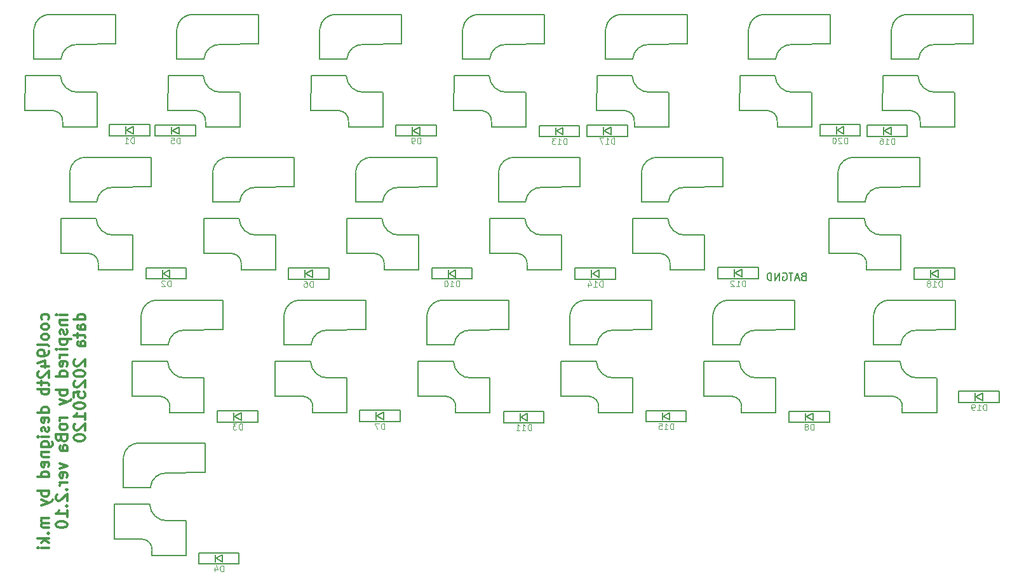
<source format=gbr>
%TF.GenerationSoftware,KiCad,Pcbnew,8.0.7*%
%TF.CreationDate,2025-01-20T20:06:26+09:00*%
%TF.ProjectId,cool937tb_R_v2,636f6f6c-3933-4377-9462-5f525f76322e,rev?*%
%TF.SameCoordinates,Original*%
%TF.FileFunction,Legend,Bot*%
%TF.FilePolarity,Positive*%
%FSLAX46Y46*%
G04 Gerber Fmt 4.6, Leading zero omitted, Abs format (unit mm)*
G04 Created by KiCad (PCBNEW 8.0.7) date 2025-01-20 20:06:26*
%MOMM*%
%LPD*%
G01*
G04 APERTURE LIST*
%ADD10C,0.300000*%
%ADD11C,0.125000*%
%ADD12C,0.150000*%
G04 APERTURE END LIST*
D10*
X-4170432Y-33867368D02*
X-4099003Y-33724510D01*
X-4099003Y-33724510D02*
X-4099003Y-33438796D01*
X-4099003Y-33438796D02*
X-4170432Y-33295939D01*
X-4170432Y-33295939D02*
X-4241860Y-33224510D01*
X-4241860Y-33224510D02*
X-4384717Y-33153082D01*
X-4384717Y-33153082D02*
X-4813289Y-33153082D01*
X-4813289Y-33153082D02*
X-4956146Y-33224510D01*
X-4956146Y-33224510D02*
X-5027574Y-33295939D01*
X-5027574Y-33295939D02*
X-5099003Y-33438796D01*
X-5099003Y-33438796D02*
X-5099003Y-33724510D01*
X-5099003Y-33724510D02*
X-5027574Y-33867368D01*
X-4099003Y-34724510D02*
X-4170432Y-34581653D01*
X-4170432Y-34581653D02*
X-4241860Y-34510224D01*
X-4241860Y-34510224D02*
X-4384717Y-34438796D01*
X-4384717Y-34438796D02*
X-4813289Y-34438796D01*
X-4813289Y-34438796D02*
X-4956146Y-34510224D01*
X-4956146Y-34510224D02*
X-5027574Y-34581653D01*
X-5027574Y-34581653D02*
X-5099003Y-34724510D01*
X-5099003Y-34724510D02*
X-5099003Y-34938796D01*
X-5099003Y-34938796D02*
X-5027574Y-35081653D01*
X-5027574Y-35081653D02*
X-4956146Y-35153082D01*
X-4956146Y-35153082D02*
X-4813289Y-35224510D01*
X-4813289Y-35224510D02*
X-4384717Y-35224510D01*
X-4384717Y-35224510D02*
X-4241860Y-35153082D01*
X-4241860Y-35153082D02*
X-4170432Y-35081653D01*
X-4170432Y-35081653D02*
X-4099003Y-34938796D01*
X-4099003Y-34938796D02*
X-4099003Y-34724510D01*
X-4099003Y-36081653D02*
X-4170432Y-35938796D01*
X-4170432Y-35938796D02*
X-4241860Y-35867367D01*
X-4241860Y-35867367D02*
X-4384717Y-35795939D01*
X-4384717Y-35795939D02*
X-4813289Y-35795939D01*
X-4813289Y-35795939D02*
X-4956146Y-35867367D01*
X-4956146Y-35867367D02*
X-5027574Y-35938796D01*
X-5027574Y-35938796D02*
X-5099003Y-36081653D01*
X-5099003Y-36081653D02*
X-5099003Y-36295939D01*
X-5099003Y-36295939D02*
X-5027574Y-36438796D01*
X-5027574Y-36438796D02*
X-4956146Y-36510225D01*
X-4956146Y-36510225D02*
X-4813289Y-36581653D01*
X-4813289Y-36581653D02*
X-4384717Y-36581653D01*
X-4384717Y-36581653D02*
X-4241860Y-36510225D01*
X-4241860Y-36510225D02*
X-4170432Y-36438796D01*
X-4170432Y-36438796D02*
X-4099003Y-36295939D01*
X-4099003Y-36295939D02*
X-4099003Y-36081653D01*
X-4099003Y-37438796D02*
X-4170432Y-37295939D01*
X-4170432Y-37295939D02*
X-4313289Y-37224510D01*
X-4313289Y-37224510D02*
X-5599003Y-37224510D01*
X-4099003Y-38081653D02*
X-4099003Y-38367367D01*
X-4099003Y-38367367D02*
X-4170432Y-38510224D01*
X-4170432Y-38510224D02*
X-4241860Y-38581653D01*
X-4241860Y-38581653D02*
X-4456146Y-38724510D01*
X-4456146Y-38724510D02*
X-4741860Y-38795939D01*
X-4741860Y-38795939D02*
X-5313289Y-38795939D01*
X-5313289Y-38795939D02*
X-5456146Y-38724510D01*
X-5456146Y-38724510D02*
X-5527574Y-38653082D01*
X-5527574Y-38653082D02*
X-5599003Y-38510224D01*
X-5599003Y-38510224D02*
X-5599003Y-38224510D01*
X-5599003Y-38224510D02*
X-5527574Y-38081653D01*
X-5527574Y-38081653D02*
X-5456146Y-38010224D01*
X-5456146Y-38010224D02*
X-5313289Y-37938796D01*
X-5313289Y-37938796D02*
X-4956146Y-37938796D01*
X-4956146Y-37938796D02*
X-4813289Y-38010224D01*
X-4813289Y-38010224D02*
X-4741860Y-38081653D01*
X-4741860Y-38081653D02*
X-4670432Y-38224510D01*
X-4670432Y-38224510D02*
X-4670432Y-38510224D01*
X-4670432Y-38510224D02*
X-4741860Y-38653082D01*
X-4741860Y-38653082D02*
X-4813289Y-38724510D01*
X-4813289Y-38724510D02*
X-4956146Y-38795939D01*
X-5099003Y-40081653D02*
X-4099003Y-40081653D01*
X-5670432Y-39724510D02*
X-4599003Y-39367367D01*
X-4599003Y-39367367D02*
X-4599003Y-40295938D01*
X-5456146Y-40795938D02*
X-5527574Y-40867366D01*
X-5527574Y-40867366D02*
X-5599003Y-41010224D01*
X-5599003Y-41010224D02*
X-5599003Y-41367366D01*
X-5599003Y-41367366D02*
X-5527574Y-41510224D01*
X-5527574Y-41510224D02*
X-5456146Y-41581652D01*
X-5456146Y-41581652D02*
X-5313289Y-41653081D01*
X-5313289Y-41653081D02*
X-5170432Y-41653081D01*
X-5170432Y-41653081D02*
X-4956146Y-41581652D01*
X-4956146Y-41581652D02*
X-4099003Y-40724509D01*
X-4099003Y-40724509D02*
X-4099003Y-41653081D01*
X-5099003Y-42081652D02*
X-5099003Y-42653080D01*
X-5599003Y-42295937D02*
X-4313289Y-42295937D01*
X-4313289Y-42295937D02*
X-4170432Y-42367366D01*
X-4170432Y-42367366D02*
X-4099003Y-42510223D01*
X-4099003Y-42510223D02*
X-4099003Y-42653080D01*
X-4099003Y-43153080D02*
X-5599003Y-43153080D01*
X-5027574Y-43153080D02*
X-5099003Y-43295938D01*
X-5099003Y-43295938D02*
X-5099003Y-43581652D01*
X-5099003Y-43581652D02*
X-5027574Y-43724509D01*
X-5027574Y-43724509D02*
X-4956146Y-43795938D01*
X-4956146Y-43795938D02*
X-4813289Y-43867366D01*
X-4813289Y-43867366D02*
X-4384717Y-43867366D01*
X-4384717Y-43867366D02*
X-4241860Y-43795938D01*
X-4241860Y-43795938D02*
X-4170432Y-43724509D01*
X-4170432Y-43724509D02*
X-4099003Y-43581652D01*
X-4099003Y-43581652D02*
X-4099003Y-43295938D01*
X-4099003Y-43295938D02*
X-4170432Y-43153080D01*
X-4099003Y-46295938D02*
X-5599003Y-46295938D01*
X-4170432Y-46295938D02*
X-4099003Y-46153080D01*
X-4099003Y-46153080D02*
X-4099003Y-45867366D01*
X-4099003Y-45867366D02*
X-4170432Y-45724509D01*
X-4170432Y-45724509D02*
X-4241860Y-45653080D01*
X-4241860Y-45653080D02*
X-4384717Y-45581652D01*
X-4384717Y-45581652D02*
X-4813289Y-45581652D01*
X-4813289Y-45581652D02*
X-4956146Y-45653080D01*
X-4956146Y-45653080D02*
X-5027574Y-45724509D01*
X-5027574Y-45724509D02*
X-5099003Y-45867366D01*
X-5099003Y-45867366D02*
X-5099003Y-46153080D01*
X-5099003Y-46153080D02*
X-5027574Y-46295938D01*
X-4170432Y-47581652D02*
X-4099003Y-47438795D01*
X-4099003Y-47438795D02*
X-4099003Y-47153081D01*
X-4099003Y-47153081D02*
X-4170432Y-47010223D01*
X-4170432Y-47010223D02*
X-4313289Y-46938795D01*
X-4313289Y-46938795D02*
X-4884717Y-46938795D01*
X-4884717Y-46938795D02*
X-5027574Y-47010223D01*
X-5027574Y-47010223D02*
X-5099003Y-47153081D01*
X-5099003Y-47153081D02*
X-5099003Y-47438795D01*
X-5099003Y-47438795D02*
X-5027574Y-47581652D01*
X-5027574Y-47581652D02*
X-4884717Y-47653081D01*
X-4884717Y-47653081D02*
X-4741860Y-47653081D01*
X-4741860Y-47653081D02*
X-4599003Y-46938795D01*
X-4170432Y-48224509D02*
X-4099003Y-48367366D01*
X-4099003Y-48367366D02*
X-4099003Y-48653080D01*
X-4099003Y-48653080D02*
X-4170432Y-48795937D01*
X-4170432Y-48795937D02*
X-4313289Y-48867366D01*
X-4313289Y-48867366D02*
X-4384717Y-48867366D01*
X-4384717Y-48867366D02*
X-4527574Y-48795937D01*
X-4527574Y-48795937D02*
X-4599003Y-48653080D01*
X-4599003Y-48653080D02*
X-4599003Y-48438795D01*
X-4599003Y-48438795D02*
X-4670432Y-48295937D01*
X-4670432Y-48295937D02*
X-4813289Y-48224509D01*
X-4813289Y-48224509D02*
X-4884717Y-48224509D01*
X-4884717Y-48224509D02*
X-5027574Y-48295937D01*
X-5027574Y-48295937D02*
X-5099003Y-48438795D01*
X-5099003Y-48438795D02*
X-5099003Y-48653080D01*
X-5099003Y-48653080D02*
X-5027574Y-48795937D01*
X-4099003Y-49510223D02*
X-5099003Y-49510223D01*
X-5599003Y-49510223D02*
X-5527574Y-49438795D01*
X-5527574Y-49438795D02*
X-5456146Y-49510223D01*
X-5456146Y-49510223D02*
X-5527574Y-49581652D01*
X-5527574Y-49581652D02*
X-5599003Y-49510223D01*
X-5599003Y-49510223D02*
X-5456146Y-49510223D01*
X-5099003Y-50867367D02*
X-3884717Y-50867367D01*
X-3884717Y-50867367D02*
X-3741860Y-50795938D01*
X-3741860Y-50795938D02*
X-3670432Y-50724509D01*
X-3670432Y-50724509D02*
X-3599003Y-50581652D01*
X-3599003Y-50581652D02*
X-3599003Y-50367367D01*
X-3599003Y-50367367D02*
X-3670432Y-50224509D01*
X-4170432Y-50867367D02*
X-4099003Y-50724509D01*
X-4099003Y-50724509D02*
X-4099003Y-50438795D01*
X-4099003Y-50438795D02*
X-4170432Y-50295938D01*
X-4170432Y-50295938D02*
X-4241860Y-50224509D01*
X-4241860Y-50224509D02*
X-4384717Y-50153081D01*
X-4384717Y-50153081D02*
X-4813289Y-50153081D01*
X-4813289Y-50153081D02*
X-4956146Y-50224509D01*
X-4956146Y-50224509D02*
X-5027574Y-50295938D01*
X-5027574Y-50295938D02*
X-5099003Y-50438795D01*
X-5099003Y-50438795D02*
X-5099003Y-50724509D01*
X-5099003Y-50724509D02*
X-5027574Y-50867367D01*
X-5099003Y-51581652D02*
X-4099003Y-51581652D01*
X-4956146Y-51581652D02*
X-5027574Y-51653081D01*
X-5027574Y-51653081D02*
X-5099003Y-51795938D01*
X-5099003Y-51795938D02*
X-5099003Y-52010224D01*
X-5099003Y-52010224D02*
X-5027574Y-52153081D01*
X-5027574Y-52153081D02*
X-4884717Y-52224510D01*
X-4884717Y-52224510D02*
X-4099003Y-52224510D01*
X-4170432Y-53510224D02*
X-4099003Y-53367367D01*
X-4099003Y-53367367D02*
X-4099003Y-53081653D01*
X-4099003Y-53081653D02*
X-4170432Y-52938795D01*
X-4170432Y-52938795D02*
X-4313289Y-52867367D01*
X-4313289Y-52867367D02*
X-4884717Y-52867367D01*
X-4884717Y-52867367D02*
X-5027574Y-52938795D01*
X-5027574Y-52938795D02*
X-5099003Y-53081653D01*
X-5099003Y-53081653D02*
X-5099003Y-53367367D01*
X-5099003Y-53367367D02*
X-5027574Y-53510224D01*
X-5027574Y-53510224D02*
X-4884717Y-53581653D01*
X-4884717Y-53581653D02*
X-4741860Y-53581653D01*
X-4741860Y-53581653D02*
X-4599003Y-52867367D01*
X-4099003Y-54867367D02*
X-5599003Y-54867367D01*
X-4170432Y-54867367D02*
X-4099003Y-54724509D01*
X-4099003Y-54724509D02*
X-4099003Y-54438795D01*
X-4099003Y-54438795D02*
X-4170432Y-54295938D01*
X-4170432Y-54295938D02*
X-4241860Y-54224509D01*
X-4241860Y-54224509D02*
X-4384717Y-54153081D01*
X-4384717Y-54153081D02*
X-4813289Y-54153081D01*
X-4813289Y-54153081D02*
X-4956146Y-54224509D01*
X-4956146Y-54224509D02*
X-5027574Y-54295938D01*
X-5027574Y-54295938D02*
X-5099003Y-54438795D01*
X-5099003Y-54438795D02*
X-5099003Y-54724509D01*
X-5099003Y-54724509D02*
X-5027574Y-54867367D01*
X-4099003Y-56724509D02*
X-5599003Y-56724509D01*
X-5027574Y-56724509D02*
X-5099003Y-56867367D01*
X-5099003Y-56867367D02*
X-5099003Y-57153081D01*
X-5099003Y-57153081D02*
X-5027574Y-57295938D01*
X-5027574Y-57295938D02*
X-4956146Y-57367367D01*
X-4956146Y-57367367D02*
X-4813289Y-57438795D01*
X-4813289Y-57438795D02*
X-4384717Y-57438795D01*
X-4384717Y-57438795D02*
X-4241860Y-57367367D01*
X-4241860Y-57367367D02*
X-4170432Y-57295938D01*
X-4170432Y-57295938D02*
X-4099003Y-57153081D01*
X-4099003Y-57153081D02*
X-4099003Y-56867367D01*
X-4099003Y-56867367D02*
X-4170432Y-56724509D01*
X-5099003Y-57938795D02*
X-4099003Y-58295938D01*
X-5099003Y-58653081D02*
X-4099003Y-58295938D01*
X-4099003Y-58295938D02*
X-3741860Y-58153081D01*
X-3741860Y-58153081D02*
X-3670432Y-58081652D01*
X-3670432Y-58081652D02*
X-3599003Y-57938795D01*
X-4099003Y-60367366D02*
X-5099003Y-60367366D01*
X-4956146Y-60367366D02*
X-5027574Y-60438795D01*
X-5027574Y-60438795D02*
X-5099003Y-60581652D01*
X-5099003Y-60581652D02*
X-5099003Y-60795938D01*
X-5099003Y-60795938D02*
X-5027574Y-60938795D01*
X-5027574Y-60938795D02*
X-4884717Y-61010224D01*
X-4884717Y-61010224D02*
X-4099003Y-61010224D01*
X-4884717Y-61010224D02*
X-5027574Y-61081652D01*
X-5027574Y-61081652D02*
X-5099003Y-61224509D01*
X-5099003Y-61224509D02*
X-5099003Y-61438795D01*
X-5099003Y-61438795D02*
X-5027574Y-61581652D01*
X-5027574Y-61581652D02*
X-4884717Y-61653081D01*
X-4884717Y-61653081D02*
X-4099003Y-61653081D01*
X-4241860Y-62367366D02*
X-4170432Y-62438795D01*
X-4170432Y-62438795D02*
X-4099003Y-62367366D01*
X-4099003Y-62367366D02*
X-4170432Y-62295938D01*
X-4170432Y-62295938D02*
X-4241860Y-62367366D01*
X-4241860Y-62367366D02*
X-4099003Y-62367366D01*
X-4099003Y-63081652D02*
X-5599003Y-63081652D01*
X-4670432Y-63224510D02*
X-4099003Y-63653081D01*
X-5099003Y-63653081D02*
X-4527574Y-63081652D01*
X-4099003Y-64295938D02*
X-5099003Y-64295938D01*
X-5599003Y-64295938D02*
X-5527574Y-64224510D01*
X-5527574Y-64224510D02*
X-5456146Y-64295938D01*
X-5456146Y-64295938D02*
X-5527574Y-64367367D01*
X-5527574Y-64367367D02*
X-5599003Y-64295938D01*
X-5599003Y-64295938D02*
X-5456146Y-64295938D01*
X-1684087Y-33224510D02*
X-2684087Y-33224510D01*
X-3184087Y-33224510D02*
X-3112658Y-33153082D01*
X-3112658Y-33153082D02*
X-3041230Y-33224510D01*
X-3041230Y-33224510D02*
X-3112658Y-33295939D01*
X-3112658Y-33295939D02*
X-3184087Y-33224510D01*
X-3184087Y-33224510D02*
X-3041230Y-33224510D01*
X-2684087Y-33938796D02*
X-1684087Y-33938796D01*
X-2541230Y-33938796D02*
X-2612658Y-34010225D01*
X-2612658Y-34010225D02*
X-2684087Y-34153082D01*
X-2684087Y-34153082D02*
X-2684087Y-34367368D01*
X-2684087Y-34367368D02*
X-2612658Y-34510225D01*
X-2612658Y-34510225D02*
X-2469801Y-34581654D01*
X-2469801Y-34581654D02*
X-1684087Y-34581654D01*
X-1755516Y-35224511D02*
X-1684087Y-35367368D01*
X-1684087Y-35367368D02*
X-1684087Y-35653082D01*
X-1684087Y-35653082D02*
X-1755516Y-35795939D01*
X-1755516Y-35795939D02*
X-1898373Y-35867368D01*
X-1898373Y-35867368D02*
X-1969801Y-35867368D01*
X-1969801Y-35867368D02*
X-2112658Y-35795939D01*
X-2112658Y-35795939D02*
X-2184087Y-35653082D01*
X-2184087Y-35653082D02*
X-2184087Y-35438797D01*
X-2184087Y-35438797D02*
X-2255516Y-35295939D01*
X-2255516Y-35295939D02*
X-2398373Y-35224511D01*
X-2398373Y-35224511D02*
X-2469801Y-35224511D01*
X-2469801Y-35224511D02*
X-2612658Y-35295939D01*
X-2612658Y-35295939D02*
X-2684087Y-35438797D01*
X-2684087Y-35438797D02*
X-2684087Y-35653082D01*
X-2684087Y-35653082D02*
X-2612658Y-35795939D01*
X-2684087Y-36510225D02*
X-1184087Y-36510225D01*
X-2612658Y-36510225D02*
X-2684087Y-36653083D01*
X-2684087Y-36653083D02*
X-2684087Y-36938797D01*
X-2684087Y-36938797D02*
X-2612658Y-37081654D01*
X-2612658Y-37081654D02*
X-2541230Y-37153083D01*
X-2541230Y-37153083D02*
X-2398373Y-37224511D01*
X-2398373Y-37224511D02*
X-1969801Y-37224511D01*
X-1969801Y-37224511D02*
X-1826944Y-37153083D01*
X-1826944Y-37153083D02*
X-1755516Y-37081654D01*
X-1755516Y-37081654D02*
X-1684087Y-36938797D01*
X-1684087Y-36938797D02*
X-1684087Y-36653083D01*
X-1684087Y-36653083D02*
X-1755516Y-36510225D01*
X-1684087Y-37867368D02*
X-2684087Y-37867368D01*
X-3184087Y-37867368D02*
X-3112658Y-37795940D01*
X-3112658Y-37795940D02*
X-3041230Y-37867368D01*
X-3041230Y-37867368D02*
X-3112658Y-37938797D01*
X-3112658Y-37938797D02*
X-3184087Y-37867368D01*
X-3184087Y-37867368D02*
X-3041230Y-37867368D01*
X-1684087Y-38581654D02*
X-2684087Y-38581654D01*
X-2398373Y-38581654D02*
X-2541230Y-38653083D01*
X-2541230Y-38653083D02*
X-2612658Y-38724512D01*
X-2612658Y-38724512D02*
X-2684087Y-38867369D01*
X-2684087Y-38867369D02*
X-2684087Y-39010226D01*
X-1755516Y-40081654D02*
X-1684087Y-39938797D01*
X-1684087Y-39938797D02*
X-1684087Y-39653083D01*
X-1684087Y-39653083D02*
X-1755516Y-39510225D01*
X-1755516Y-39510225D02*
X-1898373Y-39438797D01*
X-1898373Y-39438797D02*
X-2469801Y-39438797D01*
X-2469801Y-39438797D02*
X-2612658Y-39510225D01*
X-2612658Y-39510225D02*
X-2684087Y-39653083D01*
X-2684087Y-39653083D02*
X-2684087Y-39938797D01*
X-2684087Y-39938797D02*
X-2612658Y-40081654D01*
X-2612658Y-40081654D02*
X-2469801Y-40153083D01*
X-2469801Y-40153083D02*
X-2326944Y-40153083D01*
X-2326944Y-40153083D02*
X-2184087Y-39438797D01*
X-1684087Y-41438797D02*
X-3184087Y-41438797D01*
X-1755516Y-41438797D02*
X-1684087Y-41295939D01*
X-1684087Y-41295939D02*
X-1684087Y-41010225D01*
X-1684087Y-41010225D02*
X-1755516Y-40867368D01*
X-1755516Y-40867368D02*
X-1826944Y-40795939D01*
X-1826944Y-40795939D02*
X-1969801Y-40724511D01*
X-1969801Y-40724511D02*
X-2398373Y-40724511D01*
X-2398373Y-40724511D02*
X-2541230Y-40795939D01*
X-2541230Y-40795939D02*
X-2612658Y-40867368D01*
X-2612658Y-40867368D02*
X-2684087Y-41010225D01*
X-2684087Y-41010225D02*
X-2684087Y-41295939D01*
X-2684087Y-41295939D02*
X-2612658Y-41438797D01*
X-1684087Y-43295939D02*
X-3184087Y-43295939D01*
X-2612658Y-43295939D02*
X-2684087Y-43438797D01*
X-2684087Y-43438797D02*
X-2684087Y-43724511D01*
X-2684087Y-43724511D02*
X-2612658Y-43867368D01*
X-2612658Y-43867368D02*
X-2541230Y-43938797D01*
X-2541230Y-43938797D02*
X-2398373Y-44010225D01*
X-2398373Y-44010225D02*
X-1969801Y-44010225D01*
X-1969801Y-44010225D02*
X-1826944Y-43938797D01*
X-1826944Y-43938797D02*
X-1755516Y-43867368D01*
X-1755516Y-43867368D02*
X-1684087Y-43724511D01*
X-1684087Y-43724511D02*
X-1684087Y-43438797D01*
X-1684087Y-43438797D02*
X-1755516Y-43295939D01*
X-2684087Y-44510225D02*
X-1684087Y-44867368D01*
X-2684087Y-45224511D02*
X-1684087Y-44867368D01*
X-1684087Y-44867368D02*
X-1326944Y-44724511D01*
X-1326944Y-44724511D02*
X-1255516Y-44653082D01*
X-1255516Y-44653082D02*
X-1184087Y-44510225D01*
X-1684087Y-46938796D02*
X-2684087Y-46938796D01*
X-2398373Y-46938796D02*
X-2541230Y-47010225D01*
X-2541230Y-47010225D02*
X-2612658Y-47081654D01*
X-2612658Y-47081654D02*
X-2684087Y-47224511D01*
X-2684087Y-47224511D02*
X-2684087Y-47367368D01*
X-1684087Y-48081653D02*
X-1755516Y-47938796D01*
X-1755516Y-47938796D02*
X-1826944Y-47867367D01*
X-1826944Y-47867367D02*
X-1969801Y-47795939D01*
X-1969801Y-47795939D02*
X-2398373Y-47795939D01*
X-2398373Y-47795939D02*
X-2541230Y-47867367D01*
X-2541230Y-47867367D02*
X-2612658Y-47938796D01*
X-2612658Y-47938796D02*
X-2684087Y-48081653D01*
X-2684087Y-48081653D02*
X-2684087Y-48295939D01*
X-2684087Y-48295939D02*
X-2612658Y-48438796D01*
X-2612658Y-48438796D02*
X-2541230Y-48510225D01*
X-2541230Y-48510225D02*
X-2398373Y-48581653D01*
X-2398373Y-48581653D02*
X-1969801Y-48581653D01*
X-1969801Y-48581653D02*
X-1826944Y-48510225D01*
X-1826944Y-48510225D02*
X-1755516Y-48438796D01*
X-1755516Y-48438796D02*
X-1684087Y-48295939D01*
X-1684087Y-48295939D02*
X-1684087Y-48081653D01*
X-2469801Y-49724510D02*
X-2398373Y-49938796D01*
X-2398373Y-49938796D02*
X-2326944Y-50010225D01*
X-2326944Y-50010225D02*
X-2184087Y-50081653D01*
X-2184087Y-50081653D02*
X-1969801Y-50081653D01*
X-1969801Y-50081653D02*
X-1826944Y-50010225D01*
X-1826944Y-50010225D02*
X-1755516Y-49938796D01*
X-1755516Y-49938796D02*
X-1684087Y-49795939D01*
X-1684087Y-49795939D02*
X-1684087Y-49224510D01*
X-1684087Y-49224510D02*
X-3184087Y-49224510D01*
X-3184087Y-49224510D02*
X-3184087Y-49724510D01*
X-3184087Y-49724510D02*
X-3112658Y-49867368D01*
X-3112658Y-49867368D02*
X-3041230Y-49938796D01*
X-3041230Y-49938796D02*
X-2898373Y-50010225D01*
X-2898373Y-50010225D02*
X-2755516Y-50010225D01*
X-2755516Y-50010225D02*
X-2612658Y-49938796D01*
X-2612658Y-49938796D02*
X-2541230Y-49867368D01*
X-2541230Y-49867368D02*
X-2469801Y-49724510D01*
X-2469801Y-49724510D02*
X-2469801Y-49224510D01*
X-1684087Y-51367368D02*
X-2469801Y-51367368D01*
X-2469801Y-51367368D02*
X-2612658Y-51295939D01*
X-2612658Y-51295939D02*
X-2684087Y-51153082D01*
X-2684087Y-51153082D02*
X-2684087Y-50867368D01*
X-2684087Y-50867368D02*
X-2612658Y-50724510D01*
X-1755516Y-51367368D02*
X-1684087Y-51224510D01*
X-1684087Y-51224510D02*
X-1684087Y-50867368D01*
X-1684087Y-50867368D02*
X-1755516Y-50724510D01*
X-1755516Y-50724510D02*
X-1898373Y-50653082D01*
X-1898373Y-50653082D02*
X-2041230Y-50653082D01*
X-2041230Y-50653082D02*
X-2184087Y-50724510D01*
X-2184087Y-50724510D02*
X-2255516Y-50867368D01*
X-2255516Y-50867368D02*
X-2255516Y-51224510D01*
X-2255516Y-51224510D02*
X-2326944Y-51367368D01*
X-2684087Y-53081653D02*
X-1684087Y-53438796D01*
X-1684087Y-53438796D02*
X-2684087Y-53795939D01*
X-1755516Y-54938796D02*
X-1684087Y-54795939D01*
X-1684087Y-54795939D02*
X-1684087Y-54510225D01*
X-1684087Y-54510225D02*
X-1755516Y-54367367D01*
X-1755516Y-54367367D02*
X-1898373Y-54295939D01*
X-1898373Y-54295939D02*
X-2469801Y-54295939D01*
X-2469801Y-54295939D02*
X-2612658Y-54367367D01*
X-2612658Y-54367367D02*
X-2684087Y-54510225D01*
X-2684087Y-54510225D02*
X-2684087Y-54795939D01*
X-2684087Y-54795939D02*
X-2612658Y-54938796D01*
X-2612658Y-54938796D02*
X-2469801Y-55010225D01*
X-2469801Y-55010225D02*
X-2326944Y-55010225D01*
X-2326944Y-55010225D02*
X-2184087Y-54295939D01*
X-1684087Y-55653081D02*
X-2684087Y-55653081D01*
X-2398373Y-55653081D02*
X-2541230Y-55724510D01*
X-2541230Y-55724510D02*
X-2612658Y-55795939D01*
X-2612658Y-55795939D02*
X-2684087Y-55938796D01*
X-2684087Y-55938796D02*
X-2684087Y-56081653D01*
X-1826944Y-56581652D02*
X-1755516Y-56653081D01*
X-1755516Y-56653081D02*
X-1684087Y-56581652D01*
X-1684087Y-56581652D02*
X-1755516Y-56510224D01*
X-1755516Y-56510224D02*
X-1826944Y-56581652D01*
X-1826944Y-56581652D02*
X-1684087Y-56581652D01*
X-3041230Y-57224510D02*
X-3112658Y-57295938D01*
X-3112658Y-57295938D02*
X-3184087Y-57438796D01*
X-3184087Y-57438796D02*
X-3184087Y-57795938D01*
X-3184087Y-57795938D02*
X-3112658Y-57938796D01*
X-3112658Y-57938796D02*
X-3041230Y-58010224D01*
X-3041230Y-58010224D02*
X-2898373Y-58081653D01*
X-2898373Y-58081653D02*
X-2755516Y-58081653D01*
X-2755516Y-58081653D02*
X-2541230Y-58010224D01*
X-2541230Y-58010224D02*
X-1684087Y-57153081D01*
X-1684087Y-57153081D02*
X-1684087Y-58081653D01*
X-1826944Y-58724509D02*
X-1755516Y-58795938D01*
X-1755516Y-58795938D02*
X-1684087Y-58724509D01*
X-1684087Y-58724509D02*
X-1755516Y-58653081D01*
X-1755516Y-58653081D02*
X-1826944Y-58724509D01*
X-1826944Y-58724509D02*
X-1684087Y-58724509D01*
X-1684087Y-60224510D02*
X-1684087Y-59367367D01*
X-1684087Y-59795938D02*
X-3184087Y-59795938D01*
X-3184087Y-59795938D02*
X-2969801Y-59653081D01*
X-2969801Y-59653081D02*
X-2826944Y-59510224D01*
X-2826944Y-59510224D02*
X-2755516Y-59367367D01*
X-3184087Y-61153081D02*
X-3184087Y-61295938D01*
X-3184087Y-61295938D02*
X-3112658Y-61438795D01*
X-3112658Y-61438795D02*
X-3041230Y-61510224D01*
X-3041230Y-61510224D02*
X-2898373Y-61581652D01*
X-2898373Y-61581652D02*
X-2612658Y-61653081D01*
X-2612658Y-61653081D02*
X-2255516Y-61653081D01*
X-2255516Y-61653081D02*
X-1969801Y-61581652D01*
X-1969801Y-61581652D02*
X-1826944Y-61510224D01*
X-1826944Y-61510224D02*
X-1755516Y-61438795D01*
X-1755516Y-61438795D02*
X-1684087Y-61295938D01*
X-1684087Y-61295938D02*
X-1684087Y-61153081D01*
X-1684087Y-61153081D02*
X-1755516Y-61010224D01*
X-1755516Y-61010224D02*
X-1826944Y-60938795D01*
X-1826944Y-60938795D02*
X-1969801Y-60867366D01*
X-1969801Y-60867366D02*
X-2255516Y-60795938D01*
X-2255516Y-60795938D02*
X-2612658Y-60795938D01*
X-2612658Y-60795938D02*
X-2898373Y-60867366D01*
X-2898373Y-60867366D02*
X-3041230Y-60938795D01*
X-3041230Y-60938795D02*
X-3112658Y-61010224D01*
X-3112658Y-61010224D02*
X-3184087Y-61153081D01*
X730828Y-33867368D02*
X-769171Y-33867368D01*
X659400Y-33867368D02*
X730828Y-33724510D01*
X730828Y-33724510D02*
X730828Y-33438796D01*
X730828Y-33438796D02*
X659400Y-33295939D01*
X659400Y-33295939D02*
X587971Y-33224510D01*
X587971Y-33224510D02*
X445114Y-33153082D01*
X445114Y-33153082D02*
X16542Y-33153082D01*
X16542Y-33153082D02*
X-126314Y-33224510D01*
X-126314Y-33224510D02*
X-197742Y-33295939D01*
X-197742Y-33295939D02*
X-269171Y-33438796D01*
X-269171Y-33438796D02*
X-269171Y-33724510D01*
X-269171Y-33724510D02*
X-197742Y-33867368D01*
X730828Y-35224511D02*
X-54885Y-35224511D01*
X-54885Y-35224511D02*
X-197742Y-35153082D01*
X-197742Y-35153082D02*
X-269171Y-35010225D01*
X-269171Y-35010225D02*
X-269171Y-34724511D01*
X-269171Y-34724511D02*
X-197742Y-34581653D01*
X659400Y-35224511D02*
X730828Y-35081653D01*
X730828Y-35081653D02*
X730828Y-34724511D01*
X730828Y-34724511D02*
X659400Y-34581653D01*
X659400Y-34581653D02*
X516542Y-34510225D01*
X516542Y-34510225D02*
X373685Y-34510225D01*
X373685Y-34510225D02*
X230828Y-34581653D01*
X230828Y-34581653D02*
X159400Y-34724511D01*
X159400Y-34724511D02*
X159400Y-35081653D01*
X159400Y-35081653D02*
X87971Y-35224511D01*
X-269171Y-35724511D02*
X-269171Y-36295939D01*
X-769171Y-35938796D02*
X516542Y-35938796D01*
X516542Y-35938796D02*
X659400Y-36010225D01*
X659400Y-36010225D02*
X730828Y-36153082D01*
X730828Y-36153082D02*
X730828Y-36295939D01*
X730828Y-37438797D02*
X-54885Y-37438797D01*
X-54885Y-37438797D02*
X-197742Y-37367368D01*
X-197742Y-37367368D02*
X-269171Y-37224511D01*
X-269171Y-37224511D02*
X-269171Y-36938797D01*
X-269171Y-36938797D02*
X-197742Y-36795939D01*
X659400Y-37438797D02*
X730828Y-37295939D01*
X730828Y-37295939D02*
X730828Y-36938797D01*
X730828Y-36938797D02*
X659400Y-36795939D01*
X659400Y-36795939D02*
X516542Y-36724511D01*
X516542Y-36724511D02*
X373685Y-36724511D01*
X373685Y-36724511D02*
X230828Y-36795939D01*
X230828Y-36795939D02*
X159400Y-36938797D01*
X159400Y-36938797D02*
X159400Y-37295939D01*
X159400Y-37295939D02*
X87971Y-37438797D01*
X-626314Y-39224511D02*
X-697742Y-39295939D01*
X-697742Y-39295939D02*
X-769171Y-39438797D01*
X-769171Y-39438797D02*
X-769171Y-39795939D01*
X-769171Y-39795939D02*
X-697742Y-39938797D01*
X-697742Y-39938797D02*
X-626314Y-40010225D01*
X-626314Y-40010225D02*
X-483457Y-40081654D01*
X-483457Y-40081654D02*
X-340600Y-40081654D01*
X-340600Y-40081654D02*
X-126314Y-40010225D01*
X-126314Y-40010225D02*
X730828Y-39153082D01*
X730828Y-39153082D02*
X730828Y-40081654D01*
X-769171Y-41010225D02*
X-769171Y-41153082D01*
X-769171Y-41153082D02*
X-697742Y-41295939D01*
X-697742Y-41295939D02*
X-626314Y-41367368D01*
X-626314Y-41367368D02*
X-483457Y-41438796D01*
X-483457Y-41438796D02*
X-197742Y-41510225D01*
X-197742Y-41510225D02*
X159400Y-41510225D01*
X159400Y-41510225D02*
X445114Y-41438796D01*
X445114Y-41438796D02*
X587971Y-41367368D01*
X587971Y-41367368D02*
X659400Y-41295939D01*
X659400Y-41295939D02*
X730828Y-41153082D01*
X730828Y-41153082D02*
X730828Y-41010225D01*
X730828Y-41010225D02*
X659400Y-40867368D01*
X659400Y-40867368D02*
X587971Y-40795939D01*
X587971Y-40795939D02*
X445114Y-40724510D01*
X445114Y-40724510D02*
X159400Y-40653082D01*
X159400Y-40653082D02*
X-197742Y-40653082D01*
X-197742Y-40653082D02*
X-483457Y-40724510D01*
X-483457Y-40724510D02*
X-626314Y-40795939D01*
X-626314Y-40795939D02*
X-697742Y-40867368D01*
X-697742Y-40867368D02*
X-769171Y-41010225D01*
X-626314Y-42081653D02*
X-697742Y-42153081D01*
X-697742Y-42153081D02*
X-769171Y-42295939D01*
X-769171Y-42295939D02*
X-769171Y-42653081D01*
X-769171Y-42653081D02*
X-697742Y-42795939D01*
X-697742Y-42795939D02*
X-626314Y-42867367D01*
X-626314Y-42867367D02*
X-483457Y-42938796D01*
X-483457Y-42938796D02*
X-340600Y-42938796D01*
X-340600Y-42938796D02*
X-126314Y-42867367D01*
X-126314Y-42867367D02*
X730828Y-42010224D01*
X730828Y-42010224D02*
X730828Y-42938796D01*
X-769171Y-44295938D02*
X-769171Y-43581652D01*
X-769171Y-43581652D02*
X-54885Y-43510224D01*
X-54885Y-43510224D02*
X-126314Y-43581652D01*
X-126314Y-43581652D02*
X-197742Y-43724510D01*
X-197742Y-43724510D02*
X-197742Y-44081652D01*
X-197742Y-44081652D02*
X-126314Y-44224510D01*
X-126314Y-44224510D02*
X-54885Y-44295938D01*
X-54885Y-44295938D02*
X87971Y-44367367D01*
X87971Y-44367367D02*
X445114Y-44367367D01*
X445114Y-44367367D02*
X587971Y-44295938D01*
X587971Y-44295938D02*
X659400Y-44224510D01*
X659400Y-44224510D02*
X730828Y-44081652D01*
X730828Y-44081652D02*
X730828Y-43724510D01*
X730828Y-43724510D02*
X659400Y-43581652D01*
X659400Y-43581652D02*
X587971Y-43510224D01*
X-769171Y-45295938D02*
X-769171Y-45438795D01*
X-769171Y-45438795D02*
X-697742Y-45581652D01*
X-697742Y-45581652D02*
X-626314Y-45653081D01*
X-626314Y-45653081D02*
X-483457Y-45724509D01*
X-483457Y-45724509D02*
X-197742Y-45795938D01*
X-197742Y-45795938D02*
X159400Y-45795938D01*
X159400Y-45795938D02*
X445114Y-45724509D01*
X445114Y-45724509D02*
X587971Y-45653081D01*
X587971Y-45653081D02*
X659400Y-45581652D01*
X659400Y-45581652D02*
X730828Y-45438795D01*
X730828Y-45438795D02*
X730828Y-45295938D01*
X730828Y-45295938D02*
X659400Y-45153081D01*
X659400Y-45153081D02*
X587971Y-45081652D01*
X587971Y-45081652D02*
X445114Y-45010223D01*
X445114Y-45010223D02*
X159400Y-44938795D01*
X159400Y-44938795D02*
X-197742Y-44938795D01*
X-197742Y-44938795D02*
X-483457Y-45010223D01*
X-483457Y-45010223D02*
X-626314Y-45081652D01*
X-626314Y-45081652D02*
X-697742Y-45153081D01*
X-697742Y-45153081D02*
X-769171Y-45295938D01*
X730828Y-47224509D02*
X730828Y-46367366D01*
X730828Y-46795937D02*
X-769171Y-46795937D01*
X-769171Y-46795937D02*
X-554885Y-46653080D01*
X-554885Y-46653080D02*
X-412028Y-46510223D01*
X-412028Y-46510223D02*
X-340600Y-46367366D01*
X-626314Y-47795937D02*
X-697742Y-47867365D01*
X-697742Y-47867365D02*
X-769171Y-48010223D01*
X-769171Y-48010223D02*
X-769171Y-48367365D01*
X-769171Y-48367365D02*
X-697742Y-48510223D01*
X-697742Y-48510223D02*
X-626314Y-48581651D01*
X-626314Y-48581651D02*
X-483457Y-48653080D01*
X-483457Y-48653080D02*
X-340600Y-48653080D01*
X-340600Y-48653080D02*
X-126314Y-48581651D01*
X-126314Y-48581651D02*
X730828Y-47724508D01*
X730828Y-47724508D02*
X730828Y-48653080D01*
X-769171Y-49581651D02*
X-769171Y-49724508D01*
X-769171Y-49724508D02*
X-697742Y-49867365D01*
X-697742Y-49867365D02*
X-626314Y-49938794D01*
X-626314Y-49938794D02*
X-483457Y-50010222D01*
X-483457Y-50010222D02*
X-197742Y-50081651D01*
X-197742Y-50081651D02*
X159400Y-50081651D01*
X159400Y-50081651D02*
X445114Y-50010222D01*
X445114Y-50010222D02*
X587971Y-49938794D01*
X587971Y-49938794D02*
X659400Y-49867365D01*
X659400Y-49867365D02*
X730828Y-49724508D01*
X730828Y-49724508D02*
X730828Y-49581651D01*
X730828Y-49581651D02*
X659400Y-49438794D01*
X659400Y-49438794D02*
X587971Y-49367365D01*
X587971Y-49367365D02*
X445114Y-49295936D01*
X445114Y-49295936D02*
X159400Y-49224508D01*
X159400Y-49224508D02*
X-197742Y-49224508D01*
X-197742Y-49224508D02*
X-483457Y-49295936D01*
X-483457Y-49295936D02*
X-626314Y-49367365D01*
X-626314Y-49367365D02*
X-697742Y-49438794D01*
X-697742Y-49438794D02*
X-769171Y-49581651D01*
D11*
X69701428Y-29523595D02*
X69701428Y-28723595D01*
X69701428Y-28723595D02*
X69510952Y-28723595D01*
X69510952Y-28723595D02*
X69396666Y-28761690D01*
X69396666Y-28761690D02*
X69320476Y-28837880D01*
X69320476Y-28837880D02*
X69282381Y-28914071D01*
X69282381Y-28914071D02*
X69244285Y-29066452D01*
X69244285Y-29066452D02*
X69244285Y-29180738D01*
X69244285Y-29180738D02*
X69282381Y-29333119D01*
X69282381Y-29333119D02*
X69320476Y-29409309D01*
X69320476Y-29409309D02*
X69396666Y-29485500D01*
X69396666Y-29485500D02*
X69510952Y-29523595D01*
X69510952Y-29523595D02*
X69701428Y-29523595D01*
X68482381Y-29523595D02*
X68939524Y-29523595D01*
X68710952Y-29523595D02*
X68710952Y-28723595D01*
X68710952Y-28723595D02*
X68787143Y-28837880D01*
X68787143Y-28837880D02*
X68863333Y-28914071D01*
X68863333Y-28914071D02*
X68939524Y-28952166D01*
X67796666Y-28990261D02*
X67796666Y-29523595D01*
X67987142Y-28685500D02*
X68177619Y-29256928D01*
X68177619Y-29256928D02*
X67682380Y-29256928D01*
X50581428Y-29493595D02*
X50581428Y-28693595D01*
X50581428Y-28693595D02*
X50390952Y-28693595D01*
X50390952Y-28693595D02*
X50276666Y-28731690D01*
X50276666Y-28731690D02*
X50200476Y-28807880D01*
X50200476Y-28807880D02*
X50162381Y-28884071D01*
X50162381Y-28884071D02*
X50124285Y-29036452D01*
X50124285Y-29036452D02*
X50124285Y-29150738D01*
X50124285Y-29150738D02*
X50162381Y-29303119D01*
X50162381Y-29303119D02*
X50200476Y-29379309D01*
X50200476Y-29379309D02*
X50276666Y-29455500D01*
X50276666Y-29455500D02*
X50390952Y-29493595D01*
X50390952Y-29493595D02*
X50581428Y-29493595D01*
X49362381Y-29493595D02*
X49819524Y-29493595D01*
X49590952Y-29493595D02*
X49590952Y-28693595D01*
X49590952Y-28693595D02*
X49667143Y-28807880D01*
X49667143Y-28807880D02*
X49743333Y-28884071D01*
X49743333Y-28884071D02*
X49819524Y-28922166D01*
X48867142Y-28693595D02*
X48790952Y-28693595D01*
X48790952Y-28693595D02*
X48714761Y-28731690D01*
X48714761Y-28731690D02*
X48676666Y-28769785D01*
X48676666Y-28769785D02*
X48638571Y-28845976D01*
X48638571Y-28845976D02*
X48600476Y-28998357D01*
X48600476Y-28998357D02*
X48600476Y-29188833D01*
X48600476Y-29188833D02*
X48638571Y-29341214D01*
X48638571Y-29341214D02*
X48676666Y-29417404D01*
X48676666Y-29417404D02*
X48714761Y-29455500D01*
X48714761Y-29455500D02*
X48790952Y-29493595D01*
X48790952Y-29493595D02*
X48867142Y-29493595D01*
X48867142Y-29493595D02*
X48943333Y-29455500D01*
X48943333Y-29455500D02*
X48981428Y-29417404D01*
X48981428Y-29417404D02*
X49019523Y-29341214D01*
X49019523Y-29341214D02*
X49057619Y-29188833D01*
X49057619Y-29188833D02*
X49057619Y-28998357D01*
X49057619Y-28998357D02*
X49019523Y-28845976D01*
X49019523Y-28845976D02*
X48981428Y-28769785D01*
X48981428Y-28769785D02*
X48943333Y-28731690D01*
X48943333Y-28731690D02*
X48867142Y-28693595D01*
X79121428Y-48533595D02*
X79121428Y-47733595D01*
X79121428Y-47733595D02*
X78930952Y-47733595D01*
X78930952Y-47733595D02*
X78816666Y-47771690D01*
X78816666Y-47771690D02*
X78740476Y-47847880D01*
X78740476Y-47847880D02*
X78702381Y-47924071D01*
X78702381Y-47924071D02*
X78664285Y-48076452D01*
X78664285Y-48076452D02*
X78664285Y-48190738D01*
X78664285Y-48190738D02*
X78702381Y-48343119D01*
X78702381Y-48343119D02*
X78740476Y-48419309D01*
X78740476Y-48419309D02*
X78816666Y-48495500D01*
X78816666Y-48495500D02*
X78930952Y-48533595D01*
X78930952Y-48533595D02*
X79121428Y-48533595D01*
X77902381Y-48533595D02*
X78359524Y-48533595D01*
X78130952Y-48533595D02*
X78130952Y-47733595D01*
X78130952Y-47733595D02*
X78207143Y-47847880D01*
X78207143Y-47847880D02*
X78283333Y-47924071D01*
X78283333Y-47924071D02*
X78359524Y-47962166D01*
X77178571Y-47733595D02*
X77559523Y-47733595D01*
X77559523Y-47733595D02*
X77597619Y-48114547D01*
X77597619Y-48114547D02*
X77559523Y-48076452D01*
X77559523Y-48076452D02*
X77483333Y-48038357D01*
X77483333Y-48038357D02*
X77292857Y-48038357D01*
X77292857Y-48038357D02*
X77216666Y-48076452D01*
X77216666Y-48076452D02*
X77178571Y-48114547D01*
X77178571Y-48114547D02*
X77140476Y-48190738D01*
X77140476Y-48190738D02*
X77140476Y-48381214D01*
X77140476Y-48381214D02*
X77178571Y-48457404D01*
X77178571Y-48457404D02*
X77216666Y-48495500D01*
X77216666Y-48495500D02*
X77292857Y-48533595D01*
X77292857Y-48533595D02*
X77483333Y-48533595D01*
X77483333Y-48533595D02*
X77559523Y-48495500D01*
X77559523Y-48495500D02*
X77597619Y-48457404D01*
X64901428Y-10513595D02*
X64901428Y-9713595D01*
X64901428Y-9713595D02*
X64710952Y-9713595D01*
X64710952Y-9713595D02*
X64596666Y-9751690D01*
X64596666Y-9751690D02*
X64520476Y-9827880D01*
X64520476Y-9827880D02*
X64482381Y-9904071D01*
X64482381Y-9904071D02*
X64444285Y-10056452D01*
X64444285Y-10056452D02*
X64444285Y-10170738D01*
X64444285Y-10170738D02*
X64482381Y-10323119D01*
X64482381Y-10323119D02*
X64520476Y-10399309D01*
X64520476Y-10399309D02*
X64596666Y-10475500D01*
X64596666Y-10475500D02*
X64710952Y-10513595D01*
X64710952Y-10513595D02*
X64901428Y-10513595D01*
X63682381Y-10513595D02*
X64139524Y-10513595D01*
X63910952Y-10513595D02*
X63910952Y-9713595D01*
X63910952Y-9713595D02*
X63987143Y-9827880D01*
X63987143Y-9827880D02*
X64063333Y-9904071D01*
X64063333Y-9904071D02*
X64139524Y-9942166D01*
X63415714Y-9713595D02*
X62920476Y-9713595D01*
X62920476Y-9713595D02*
X63187142Y-10018357D01*
X63187142Y-10018357D02*
X63072857Y-10018357D01*
X63072857Y-10018357D02*
X62996666Y-10056452D01*
X62996666Y-10056452D02*
X62958571Y-10094547D01*
X62958571Y-10094547D02*
X62920476Y-10170738D01*
X62920476Y-10170738D02*
X62920476Y-10361214D01*
X62920476Y-10361214D02*
X62958571Y-10437404D01*
X62958571Y-10437404D02*
X62996666Y-10475500D01*
X62996666Y-10475500D02*
X63072857Y-10513595D01*
X63072857Y-10513595D02*
X63301428Y-10513595D01*
X63301428Y-10513595D02*
X63377619Y-10475500D01*
X63377619Y-10475500D02*
X63415714Y-10437404D01*
X7230475Y-10383595D02*
X7230475Y-9583595D01*
X7230475Y-9583595D02*
X7039999Y-9583595D01*
X7039999Y-9583595D02*
X6925713Y-9621690D01*
X6925713Y-9621690D02*
X6849523Y-9697880D01*
X6849523Y-9697880D02*
X6811428Y-9774071D01*
X6811428Y-9774071D02*
X6773332Y-9926452D01*
X6773332Y-9926452D02*
X6773332Y-10040738D01*
X6773332Y-10040738D02*
X6811428Y-10193119D01*
X6811428Y-10193119D02*
X6849523Y-10269309D01*
X6849523Y-10269309D02*
X6925713Y-10345500D01*
X6925713Y-10345500D02*
X7039999Y-10383595D01*
X7039999Y-10383595D02*
X7230475Y-10383595D01*
X6011428Y-10383595D02*
X6468571Y-10383595D01*
X6239999Y-10383595D02*
X6239999Y-9583595D01*
X6239999Y-9583595D02*
X6316190Y-9697880D01*
X6316190Y-9697880D02*
X6392380Y-9774071D01*
X6392380Y-9774071D02*
X6468571Y-9812166D01*
X12110475Y-29493595D02*
X12110475Y-28693595D01*
X12110475Y-28693595D02*
X11919999Y-28693595D01*
X11919999Y-28693595D02*
X11805713Y-28731690D01*
X11805713Y-28731690D02*
X11729523Y-28807880D01*
X11729523Y-28807880D02*
X11691428Y-28884071D01*
X11691428Y-28884071D02*
X11653332Y-29036452D01*
X11653332Y-29036452D02*
X11653332Y-29150738D01*
X11653332Y-29150738D02*
X11691428Y-29303119D01*
X11691428Y-29303119D02*
X11729523Y-29379309D01*
X11729523Y-29379309D02*
X11805713Y-29455500D01*
X11805713Y-29455500D02*
X11919999Y-29493595D01*
X11919999Y-29493595D02*
X12110475Y-29493595D01*
X11348571Y-28769785D02*
X11310475Y-28731690D01*
X11310475Y-28731690D02*
X11234285Y-28693595D01*
X11234285Y-28693595D02*
X11043809Y-28693595D01*
X11043809Y-28693595D02*
X10967618Y-28731690D01*
X10967618Y-28731690D02*
X10929523Y-28769785D01*
X10929523Y-28769785D02*
X10891428Y-28845976D01*
X10891428Y-28845976D02*
X10891428Y-28922166D01*
X10891428Y-28922166D02*
X10929523Y-29036452D01*
X10929523Y-29036452D02*
X11386666Y-29493595D01*
X11386666Y-29493595D02*
X10891428Y-29493595D01*
X71281428Y-10473595D02*
X71281428Y-9673595D01*
X71281428Y-9673595D02*
X71090952Y-9673595D01*
X71090952Y-9673595D02*
X70976666Y-9711690D01*
X70976666Y-9711690D02*
X70900476Y-9787880D01*
X70900476Y-9787880D02*
X70862381Y-9864071D01*
X70862381Y-9864071D02*
X70824285Y-10016452D01*
X70824285Y-10016452D02*
X70824285Y-10130738D01*
X70824285Y-10130738D02*
X70862381Y-10283119D01*
X70862381Y-10283119D02*
X70900476Y-10359309D01*
X70900476Y-10359309D02*
X70976666Y-10435500D01*
X70976666Y-10435500D02*
X71090952Y-10473595D01*
X71090952Y-10473595D02*
X71281428Y-10473595D01*
X70062381Y-10473595D02*
X70519524Y-10473595D01*
X70290952Y-10473595D02*
X70290952Y-9673595D01*
X70290952Y-9673595D02*
X70367143Y-9787880D01*
X70367143Y-9787880D02*
X70443333Y-9864071D01*
X70443333Y-9864071D02*
X70519524Y-9902166D01*
X69795714Y-9673595D02*
X69262380Y-9673595D01*
X69262380Y-9673595D02*
X69605238Y-10473595D01*
X40610475Y-48513595D02*
X40610475Y-47713595D01*
X40610475Y-47713595D02*
X40419999Y-47713595D01*
X40419999Y-47713595D02*
X40305713Y-47751690D01*
X40305713Y-47751690D02*
X40229523Y-47827880D01*
X40229523Y-47827880D02*
X40191428Y-47904071D01*
X40191428Y-47904071D02*
X40153332Y-48056452D01*
X40153332Y-48056452D02*
X40153332Y-48170738D01*
X40153332Y-48170738D02*
X40191428Y-48323119D01*
X40191428Y-48323119D02*
X40229523Y-48399309D01*
X40229523Y-48399309D02*
X40305713Y-48475500D01*
X40305713Y-48475500D02*
X40419999Y-48513595D01*
X40419999Y-48513595D02*
X40610475Y-48513595D01*
X39886666Y-47713595D02*
X39353332Y-47713595D01*
X39353332Y-47713595D02*
X39696190Y-48513595D01*
X60151428Y-48643595D02*
X60151428Y-47843595D01*
X60151428Y-47843595D02*
X59960952Y-47843595D01*
X59960952Y-47843595D02*
X59846666Y-47881690D01*
X59846666Y-47881690D02*
X59770476Y-47957880D01*
X59770476Y-47957880D02*
X59732381Y-48034071D01*
X59732381Y-48034071D02*
X59694285Y-48186452D01*
X59694285Y-48186452D02*
X59694285Y-48300738D01*
X59694285Y-48300738D02*
X59732381Y-48453119D01*
X59732381Y-48453119D02*
X59770476Y-48529309D01*
X59770476Y-48529309D02*
X59846666Y-48605500D01*
X59846666Y-48605500D02*
X59960952Y-48643595D01*
X59960952Y-48643595D02*
X60151428Y-48643595D01*
X58932381Y-48643595D02*
X59389524Y-48643595D01*
X59160952Y-48643595D02*
X59160952Y-47843595D01*
X59160952Y-47843595D02*
X59237143Y-47957880D01*
X59237143Y-47957880D02*
X59313333Y-48034071D01*
X59313333Y-48034071D02*
X59389524Y-48072166D01*
X58170476Y-48643595D02*
X58627619Y-48643595D01*
X58399047Y-48643595D02*
X58399047Y-47843595D01*
X58399047Y-47843595D02*
X58475238Y-47957880D01*
X58475238Y-47957880D02*
X58551428Y-48034071D01*
X58551428Y-48034071D02*
X58627619Y-48072166D01*
X114901428Y-29503595D02*
X114901428Y-28703595D01*
X114901428Y-28703595D02*
X114710952Y-28703595D01*
X114710952Y-28703595D02*
X114596666Y-28741690D01*
X114596666Y-28741690D02*
X114520476Y-28817880D01*
X114520476Y-28817880D02*
X114482381Y-28894071D01*
X114482381Y-28894071D02*
X114444285Y-29046452D01*
X114444285Y-29046452D02*
X114444285Y-29160738D01*
X114444285Y-29160738D02*
X114482381Y-29313119D01*
X114482381Y-29313119D02*
X114520476Y-29389309D01*
X114520476Y-29389309D02*
X114596666Y-29465500D01*
X114596666Y-29465500D02*
X114710952Y-29503595D01*
X114710952Y-29503595D02*
X114901428Y-29503595D01*
X113682381Y-29503595D02*
X114139524Y-29503595D01*
X113910952Y-29503595D02*
X113910952Y-28703595D01*
X113910952Y-28703595D02*
X113987143Y-28817880D01*
X113987143Y-28817880D02*
X114063333Y-28894071D01*
X114063333Y-28894071D02*
X114139524Y-28932166D01*
X113225238Y-29046452D02*
X113301428Y-29008357D01*
X113301428Y-29008357D02*
X113339523Y-28970261D01*
X113339523Y-28970261D02*
X113377619Y-28894071D01*
X113377619Y-28894071D02*
X113377619Y-28855976D01*
X113377619Y-28855976D02*
X113339523Y-28779785D01*
X113339523Y-28779785D02*
X113301428Y-28741690D01*
X113301428Y-28741690D02*
X113225238Y-28703595D01*
X113225238Y-28703595D02*
X113072857Y-28703595D01*
X113072857Y-28703595D02*
X112996666Y-28741690D01*
X112996666Y-28741690D02*
X112958571Y-28779785D01*
X112958571Y-28779785D02*
X112920476Y-28855976D01*
X112920476Y-28855976D02*
X112920476Y-28894071D01*
X112920476Y-28894071D02*
X112958571Y-28970261D01*
X112958571Y-28970261D02*
X112996666Y-29008357D01*
X112996666Y-29008357D02*
X113072857Y-29046452D01*
X113072857Y-29046452D02*
X113225238Y-29046452D01*
X113225238Y-29046452D02*
X113301428Y-29084547D01*
X113301428Y-29084547D02*
X113339523Y-29122642D01*
X113339523Y-29122642D02*
X113377619Y-29198833D01*
X113377619Y-29198833D02*
X113377619Y-29351214D01*
X113377619Y-29351214D02*
X113339523Y-29427404D01*
X113339523Y-29427404D02*
X113301428Y-29465500D01*
X113301428Y-29465500D02*
X113225238Y-29503595D01*
X113225238Y-29503595D02*
X113072857Y-29503595D01*
X113072857Y-29503595D02*
X112996666Y-29465500D01*
X112996666Y-29465500D02*
X112958571Y-29427404D01*
X112958571Y-29427404D02*
X112920476Y-29351214D01*
X112920476Y-29351214D02*
X112920476Y-29198833D01*
X112920476Y-29198833D02*
X112958571Y-29122642D01*
X112958571Y-29122642D02*
X112996666Y-29084547D01*
X112996666Y-29084547D02*
X113072857Y-29046452D01*
X19140475Y-67493595D02*
X19140475Y-66693595D01*
X19140475Y-66693595D02*
X18949999Y-66693595D01*
X18949999Y-66693595D02*
X18835713Y-66731690D01*
X18835713Y-66731690D02*
X18759523Y-66807880D01*
X18759523Y-66807880D02*
X18721428Y-66884071D01*
X18721428Y-66884071D02*
X18683332Y-67036452D01*
X18683332Y-67036452D02*
X18683332Y-67150738D01*
X18683332Y-67150738D02*
X18721428Y-67303119D01*
X18721428Y-67303119D02*
X18759523Y-67379309D01*
X18759523Y-67379309D02*
X18835713Y-67455500D01*
X18835713Y-67455500D02*
X18949999Y-67493595D01*
X18949999Y-67493595D02*
X19140475Y-67493595D01*
X17997618Y-66960261D02*
X17997618Y-67493595D01*
X18188094Y-66655500D02*
X18378571Y-67226928D01*
X18378571Y-67226928D02*
X17883332Y-67226928D01*
X120821428Y-45963595D02*
X120821428Y-45163595D01*
X120821428Y-45163595D02*
X120630952Y-45163595D01*
X120630952Y-45163595D02*
X120516666Y-45201690D01*
X120516666Y-45201690D02*
X120440476Y-45277880D01*
X120440476Y-45277880D02*
X120402381Y-45354071D01*
X120402381Y-45354071D02*
X120364285Y-45506452D01*
X120364285Y-45506452D02*
X120364285Y-45620738D01*
X120364285Y-45620738D02*
X120402381Y-45773119D01*
X120402381Y-45773119D02*
X120440476Y-45849309D01*
X120440476Y-45849309D02*
X120516666Y-45925500D01*
X120516666Y-45925500D02*
X120630952Y-45963595D01*
X120630952Y-45963595D02*
X120821428Y-45963595D01*
X119602381Y-45963595D02*
X120059524Y-45963595D01*
X119830952Y-45963595D02*
X119830952Y-45163595D01*
X119830952Y-45163595D02*
X119907143Y-45277880D01*
X119907143Y-45277880D02*
X119983333Y-45354071D01*
X119983333Y-45354071D02*
X120059524Y-45392166D01*
X119221428Y-45963595D02*
X119069047Y-45963595D01*
X119069047Y-45963595D02*
X118992857Y-45925500D01*
X118992857Y-45925500D02*
X118954761Y-45887404D01*
X118954761Y-45887404D02*
X118878571Y-45773119D01*
X118878571Y-45773119D02*
X118840476Y-45620738D01*
X118840476Y-45620738D02*
X118840476Y-45315976D01*
X118840476Y-45315976D02*
X118878571Y-45239785D01*
X118878571Y-45239785D02*
X118916666Y-45201690D01*
X118916666Y-45201690D02*
X118992857Y-45163595D01*
X118992857Y-45163595D02*
X119145238Y-45163595D01*
X119145238Y-45163595D02*
X119221428Y-45201690D01*
X119221428Y-45201690D02*
X119259523Y-45239785D01*
X119259523Y-45239785D02*
X119297619Y-45315976D01*
X119297619Y-45315976D02*
X119297619Y-45506452D01*
X119297619Y-45506452D02*
X119259523Y-45582642D01*
X119259523Y-45582642D02*
X119221428Y-45620738D01*
X119221428Y-45620738D02*
X119145238Y-45658833D01*
X119145238Y-45658833D02*
X118992857Y-45658833D01*
X118992857Y-45658833D02*
X118916666Y-45620738D01*
X118916666Y-45620738D02*
X118878571Y-45582642D01*
X118878571Y-45582642D02*
X118840476Y-45506452D01*
X13350475Y-10433595D02*
X13350475Y-9633595D01*
X13350475Y-9633595D02*
X13159999Y-9633595D01*
X13159999Y-9633595D02*
X13045713Y-9671690D01*
X13045713Y-9671690D02*
X12969523Y-9747880D01*
X12969523Y-9747880D02*
X12931428Y-9824071D01*
X12931428Y-9824071D02*
X12893332Y-9976452D01*
X12893332Y-9976452D02*
X12893332Y-10090738D01*
X12893332Y-10090738D02*
X12931428Y-10243119D01*
X12931428Y-10243119D02*
X12969523Y-10319309D01*
X12969523Y-10319309D02*
X13045713Y-10395500D01*
X13045713Y-10395500D02*
X13159999Y-10433595D01*
X13159999Y-10433595D02*
X13350475Y-10433595D01*
X12169523Y-9633595D02*
X12550475Y-9633595D01*
X12550475Y-9633595D02*
X12588571Y-10014547D01*
X12588571Y-10014547D02*
X12550475Y-9976452D01*
X12550475Y-9976452D02*
X12474285Y-9938357D01*
X12474285Y-9938357D02*
X12283809Y-9938357D01*
X12283809Y-9938357D02*
X12207618Y-9976452D01*
X12207618Y-9976452D02*
X12169523Y-10014547D01*
X12169523Y-10014547D02*
X12131428Y-10090738D01*
X12131428Y-10090738D02*
X12131428Y-10281214D01*
X12131428Y-10281214D02*
X12169523Y-10357404D01*
X12169523Y-10357404D02*
X12207618Y-10395500D01*
X12207618Y-10395500D02*
X12283809Y-10433595D01*
X12283809Y-10433595D02*
X12474285Y-10433595D01*
X12474285Y-10433595D02*
X12550475Y-10395500D01*
X12550475Y-10395500D02*
X12588571Y-10357404D01*
X88721428Y-29463595D02*
X88721428Y-28663595D01*
X88721428Y-28663595D02*
X88530952Y-28663595D01*
X88530952Y-28663595D02*
X88416666Y-28701690D01*
X88416666Y-28701690D02*
X88340476Y-28777880D01*
X88340476Y-28777880D02*
X88302381Y-28854071D01*
X88302381Y-28854071D02*
X88264285Y-29006452D01*
X88264285Y-29006452D02*
X88264285Y-29120738D01*
X88264285Y-29120738D02*
X88302381Y-29273119D01*
X88302381Y-29273119D02*
X88340476Y-29349309D01*
X88340476Y-29349309D02*
X88416666Y-29425500D01*
X88416666Y-29425500D02*
X88530952Y-29463595D01*
X88530952Y-29463595D02*
X88721428Y-29463595D01*
X87502381Y-29463595D02*
X87959524Y-29463595D01*
X87730952Y-29463595D02*
X87730952Y-28663595D01*
X87730952Y-28663595D02*
X87807143Y-28777880D01*
X87807143Y-28777880D02*
X87883333Y-28854071D01*
X87883333Y-28854071D02*
X87959524Y-28892166D01*
X87197619Y-28739785D02*
X87159523Y-28701690D01*
X87159523Y-28701690D02*
X87083333Y-28663595D01*
X87083333Y-28663595D02*
X86892857Y-28663595D01*
X86892857Y-28663595D02*
X86816666Y-28701690D01*
X86816666Y-28701690D02*
X86778571Y-28739785D01*
X86778571Y-28739785D02*
X86740476Y-28815976D01*
X86740476Y-28815976D02*
X86740476Y-28892166D01*
X86740476Y-28892166D02*
X86778571Y-29006452D01*
X86778571Y-29006452D02*
X87235714Y-29463595D01*
X87235714Y-29463595D02*
X86740476Y-29463595D01*
X21630475Y-48573595D02*
X21630475Y-47773595D01*
X21630475Y-47773595D02*
X21439999Y-47773595D01*
X21439999Y-47773595D02*
X21325713Y-47811690D01*
X21325713Y-47811690D02*
X21249523Y-47887880D01*
X21249523Y-47887880D02*
X21211428Y-47964071D01*
X21211428Y-47964071D02*
X21173332Y-48116452D01*
X21173332Y-48116452D02*
X21173332Y-48230738D01*
X21173332Y-48230738D02*
X21211428Y-48383119D01*
X21211428Y-48383119D02*
X21249523Y-48459309D01*
X21249523Y-48459309D02*
X21325713Y-48535500D01*
X21325713Y-48535500D02*
X21439999Y-48573595D01*
X21439999Y-48573595D02*
X21630475Y-48573595D01*
X20906666Y-47773595D02*
X20411428Y-47773595D01*
X20411428Y-47773595D02*
X20678094Y-48078357D01*
X20678094Y-48078357D02*
X20563809Y-48078357D01*
X20563809Y-48078357D02*
X20487618Y-48116452D01*
X20487618Y-48116452D02*
X20449523Y-48154547D01*
X20449523Y-48154547D02*
X20411428Y-48230738D01*
X20411428Y-48230738D02*
X20411428Y-48421214D01*
X20411428Y-48421214D02*
X20449523Y-48497404D01*
X20449523Y-48497404D02*
X20487618Y-48535500D01*
X20487618Y-48535500D02*
X20563809Y-48573595D01*
X20563809Y-48573595D02*
X20792380Y-48573595D01*
X20792380Y-48573595D02*
X20868571Y-48535500D01*
X20868571Y-48535500D02*
X20906666Y-48497404D01*
D12*
X96456137Y-28139759D02*
X96313280Y-28187378D01*
X96313280Y-28187378D02*
X96265661Y-28234997D01*
X96265661Y-28234997D02*
X96218042Y-28330235D01*
X96218042Y-28330235D02*
X96218042Y-28473092D01*
X96218042Y-28473092D02*
X96265661Y-28568330D01*
X96265661Y-28568330D02*
X96313280Y-28615950D01*
X96313280Y-28615950D02*
X96408518Y-28663569D01*
X96408518Y-28663569D02*
X96789470Y-28663569D01*
X96789470Y-28663569D02*
X96789470Y-27663569D01*
X96789470Y-27663569D02*
X96456137Y-27663569D01*
X96456137Y-27663569D02*
X96360899Y-27711188D01*
X96360899Y-27711188D02*
X96313280Y-27758807D01*
X96313280Y-27758807D02*
X96265661Y-27854045D01*
X96265661Y-27854045D02*
X96265661Y-27949283D01*
X96265661Y-27949283D02*
X96313280Y-28044521D01*
X96313280Y-28044521D02*
X96360899Y-28092140D01*
X96360899Y-28092140D02*
X96456137Y-28139759D01*
X96456137Y-28139759D02*
X96789470Y-28139759D01*
X95837089Y-28377854D02*
X95360899Y-28377854D01*
X95932327Y-28663569D02*
X95598994Y-27663569D01*
X95598994Y-27663569D02*
X95265661Y-28663569D01*
X95075184Y-27663569D02*
X94503756Y-27663569D01*
X94789470Y-28663569D02*
X94789470Y-27663569D01*
X93715661Y-27701188D02*
X93810899Y-27653569D01*
X93810899Y-27653569D02*
X93953756Y-27653569D01*
X93953756Y-27653569D02*
X94096613Y-27701188D01*
X94096613Y-27701188D02*
X94191851Y-27796426D01*
X94191851Y-27796426D02*
X94239470Y-27891664D01*
X94239470Y-27891664D02*
X94287089Y-28082140D01*
X94287089Y-28082140D02*
X94287089Y-28224997D01*
X94287089Y-28224997D02*
X94239470Y-28415473D01*
X94239470Y-28415473D02*
X94191851Y-28510711D01*
X94191851Y-28510711D02*
X94096613Y-28605950D01*
X94096613Y-28605950D02*
X93953756Y-28653569D01*
X93953756Y-28653569D02*
X93858518Y-28653569D01*
X93858518Y-28653569D02*
X93715661Y-28605950D01*
X93715661Y-28605950D02*
X93668042Y-28558330D01*
X93668042Y-28558330D02*
X93668042Y-28224997D01*
X93668042Y-28224997D02*
X93858518Y-28224997D01*
X93239470Y-28653569D02*
X93239470Y-27653569D01*
X93239470Y-27653569D02*
X92668042Y-28653569D01*
X92668042Y-28653569D02*
X92668042Y-27653569D01*
X92191851Y-28653569D02*
X92191851Y-27653569D01*
X92191851Y-27653569D02*
X91953756Y-27653569D01*
X91953756Y-27653569D02*
X91810899Y-27701188D01*
X91810899Y-27701188D02*
X91715661Y-27796426D01*
X91715661Y-27796426D02*
X91668042Y-27891664D01*
X91668042Y-27891664D02*
X91620423Y-28082140D01*
X91620423Y-28082140D02*
X91620423Y-28224997D01*
X91620423Y-28224997D02*
X91668042Y-28415473D01*
X91668042Y-28415473D02*
X91715661Y-28510711D01*
X91715661Y-28510711D02*
X91810899Y-28605950D01*
X91810899Y-28605950D02*
X91953756Y-28653569D01*
X91953756Y-28653569D02*
X92191851Y-28653569D01*
D11*
X31090475Y-29543595D02*
X31090475Y-28743595D01*
X31090475Y-28743595D02*
X30899999Y-28743595D01*
X30899999Y-28743595D02*
X30785713Y-28781690D01*
X30785713Y-28781690D02*
X30709523Y-28857880D01*
X30709523Y-28857880D02*
X30671428Y-28934071D01*
X30671428Y-28934071D02*
X30633332Y-29086452D01*
X30633332Y-29086452D02*
X30633332Y-29200738D01*
X30633332Y-29200738D02*
X30671428Y-29353119D01*
X30671428Y-29353119D02*
X30709523Y-29429309D01*
X30709523Y-29429309D02*
X30785713Y-29505500D01*
X30785713Y-29505500D02*
X30899999Y-29543595D01*
X30899999Y-29543595D02*
X31090475Y-29543595D01*
X29947618Y-28743595D02*
X30099999Y-28743595D01*
X30099999Y-28743595D02*
X30176190Y-28781690D01*
X30176190Y-28781690D02*
X30214285Y-28819785D01*
X30214285Y-28819785D02*
X30290475Y-28934071D01*
X30290475Y-28934071D02*
X30328571Y-29086452D01*
X30328571Y-29086452D02*
X30328571Y-29391214D01*
X30328571Y-29391214D02*
X30290475Y-29467404D01*
X30290475Y-29467404D02*
X30252380Y-29505500D01*
X30252380Y-29505500D02*
X30176190Y-29543595D01*
X30176190Y-29543595D02*
X30023809Y-29543595D01*
X30023809Y-29543595D02*
X29947618Y-29505500D01*
X29947618Y-29505500D02*
X29909523Y-29467404D01*
X29909523Y-29467404D02*
X29871428Y-29391214D01*
X29871428Y-29391214D02*
X29871428Y-29200738D01*
X29871428Y-29200738D02*
X29909523Y-29124547D01*
X29909523Y-29124547D02*
X29947618Y-29086452D01*
X29947618Y-29086452D02*
X30023809Y-29048357D01*
X30023809Y-29048357D02*
X30176190Y-29048357D01*
X30176190Y-29048357D02*
X30252380Y-29086452D01*
X30252380Y-29086452D02*
X30290475Y-29124547D01*
X30290475Y-29124547D02*
X30328571Y-29200738D01*
X108591428Y-10493595D02*
X108591428Y-9693595D01*
X108591428Y-9693595D02*
X108400952Y-9693595D01*
X108400952Y-9693595D02*
X108286666Y-9731690D01*
X108286666Y-9731690D02*
X108210476Y-9807880D01*
X108210476Y-9807880D02*
X108172381Y-9884071D01*
X108172381Y-9884071D02*
X108134285Y-10036452D01*
X108134285Y-10036452D02*
X108134285Y-10150738D01*
X108134285Y-10150738D02*
X108172381Y-10303119D01*
X108172381Y-10303119D02*
X108210476Y-10379309D01*
X108210476Y-10379309D02*
X108286666Y-10455500D01*
X108286666Y-10455500D02*
X108400952Y-10493595D01*
X108400952Y-10493595D02*
X108591428Y-10493595D01*
X107372381Y-10493595D02*
X107829524Y-10493595D01*
X107600952Y-10493595D02*
X107600952Y-9693595D01*
X107600952Y-9693595D02*
X107677143Y-9807880D01*
X107677143Y-9807880D02*
X107753333Y-9884071D01*
X107753333Y-9884071D02*
X107829524Y-9922166D01*
X106686666Y-9693595D02*
X106839047Y-9693595D01*
X106839047Y-9693595D02*
X106915238Y-9731690D01*
X106915238Y-9731690D02*
X106953333Y-9769785D01*
X106953333Y-9769785D02*
X107029523Y-9884071D01*
X107029523Y-9884071D02*
X107067619Y-10036452D01*
X107067619Y-10036452D02*
X107067619Y-10341214D01*
X107067619Y-10341214D02*
X107029523Y-10417404D01*
X107029523Y-10417404D02*
X106991428Y-10455500D01*
X106991428Y-10455500D02*
X106915238Y-10493595D01*
X106915238Y-10493595D02*
X106762857Y-10493595D01*
X106762857Y-10493595D02*
X106686666Y-10455500D01*
X106686666Y-10455500D02*
X106648571Y-10417404D01*
X106648571Y-10417404D02*
X106610476Y-10341214D01*
X106610476Y-10341214D02*
X106610476Y-10150738D01*
X106610476Y-10150738D02*
X106648571Y-10074547D01*
X106648571Y-10074547D02*
X106686666Y-10036452D01*
X106686666Y-10036452D02*
X106762857Y-9998357D01*
X106762857Y-9998357D02*
X106915238Y-9998357D01*
X106915238Y-9998357D02*
X106991428Y-10036452D01*
X106991428Y-10036452D02*
X107029523Y-10074547D01*
X107029523Y-10074547D02*
X107067619Y-10150738D01*
X102311428Y-10403595D02*
X102311428Y-9603595D01*
X102311428Y-9603595D02*
X102120952Y-9603595D01*
X102120952Y-9603595D02*
X102006666Y-9641690D01*
X102006666Y-9641690D02*
X101930476Y-9717880D01*
X101930476Y-9717880D02*
X101892381Y-9794071D01*
X101892381Y-9794071D02*
X101854285Y-9946452D01*
X101854285Y-9946452D02*
X101854285Y-10060738D01*
X101854285Y-10060738D02*
X101892381Y-10213119D01*
X101892381Y-10213119D02*
X101930476Y-10289309D01*
X101930476Y-10289309D02*
X102006666Y-10365500D01*
X102006666Y-10365500D02*
X102120952Y-10403595D01*
X102120952Y-10403595D02*
X102311428Y-10403595D01*
X101549524Y-9679785D02*
X101511428Y-9641690D01*
X101511428Y-9641690D02*
X101435238Y-9603595D01*
X101435238Y-9603595D02*
X101244762Y-9603595D01*
X101244762Y-9603595D02*
X101168571Y-9641690D01*
X101168571Y-9641690D02*
X101130476Y-9679785D01*
X101130476Y-9679785D02*
X101092381Y-9755976D01*
X101092381Y-9755976D02*
X101092381Y-9832166D01*
X101092381Y-9832166D02*
X101130476Y-9946452D01*
X101130476Y-9946452D02*
X101587619Y-10403595D01*
X101587619Y-10403595D02*
X101092381Y-10403595D01*
X100597142Y-9603595D02*
X100520952Y-9603595D01*
X100520952Y-9603595D02*
X100444761Y-9641690D01*
X100444761Y-9641690D02*
X100406666Y-9679785D01*
X100406666Y-9679785D02*
X100368571Y-9755976D01*
X100368571Y-9755976D02*
X100330476Y-9908357D01*
X100330476Y-9908357D02*
X100330476Y-10098833D01*
X100330476Y-10098833D02*
X100368571Y-10251214D01*
X100368571Y-10251214D02*
X100406666Y-10327404D01*
X100406666Y-10327404D02*
X100444761Y-10365500D01*
X100444761Y-10365500D02*
X100520952Y-10403595D01*
X100520952Y-10403595D02*
X100597142Y-10403595D01*
X100597142Y-10403595D02*
X100673333Y-10365500D01*
X100673333Y-10365500D02*
X100711428Y-10327404D01*
X100711428Y-10327404D02*
X100749523Y-10251214D01*
X100749523Y-10251214D02*
X100787619Y-10098833D01*
X100787619Y-10098833D02*
X100787619Y-9908357D01*
X100787619Y-9908357D02*
X100749523Y-9755976D01*
X100749523Y-9755976D02*
X100711428Y-9679785D01*
X100711428Y-9679785D02*
X100673333Y-9641690D01*
X100673333Y-9641690D02*
X100597142Y-9603595D01*
X45420475Y-10443595D02*
X45420475Y-9643595D01*
X45420475Y-9643595D02*
X45229999Y-9643595D01*
X45229999Y-9643595D02*
X45115713Y-9681690D01*
X45115713Y-9681690D02*
X45039523Y-9757880D01*
X45039523Y-9757880D02*
X45001428Y-9834071D01*
X45001428Y-9834071D02*
X44963332Y-9986452D01*
X44963332Y-9986452D02*
X44963332Y-10100738D01*
X44963332Y-10100738D02*
X45001428Y-10253119D01*
X45001428Y-10253119D02*
X45039523Y-10329309D01*
X45039523Y-10329309D02*
X45115713Y-10405500D01*
X45115713Y-10405500D02*
X45229999Y-10443595D01*
X45229999Y-10443595D02*
X45420475Y-10443595D01*
X44582380Y-10443595D02*
X44429999Y-10443595D01*
X44429999Y-10443595D02*
X44353809Y-10405500D01*
X44353809Y-10405500D02*
X44315713Y-10367404D01*
X44315713Y-10367404D02*
X44239523Y-10253119D01*
X44239523Y-10253119D02*
X44201428Y-10100738D01*
X44201428Y-10100738D02*
X44201428Y-9795976D01*
X44201428Y-9795976D02*
X44239523Y-9719785D01*
X44239523Y-9719785D02*
X44277618Y-9681690D01*
X44277618Y-9681690D02*
X44353809Y-9643595D01*
X44353809Y-9643595D02*
X44506190Y-9643595D01*
X44506190Y-9643595D02*
X44582380Y-9681690D01*
X44582380Y-9681690D02*
X44620475Y-9719785D01*
X44620475Y-9719785D02*
X44658571Y-9795976D01*
X44658571Y-9795976D02*
X44658571Y-9986452D01*
X44658571Y-9986452D02*
X44620475Y-10062642D01*
X44620475Y-10062642D02*
X44582380Y-10100738D01*
X44582380Y-10100738D02*
X44506190Y-10138833D01*
X44506190Y-10138833D02*
X44353809Y-10138833D01*
X44353809Y-10138833D02*
X44277618Y-10100738D01*
X44277618Y-10100738D02*
X44239523Y-10062642D01*
X44239523Y-10062642D02*
X44201428Y-9986452D01*
X97830475Y-48613595D02*
X97830475Y-47813595D01*
X97830475Y-47813595D02*
X97639999Y-47813595D01*
X97639999Y-47813595D02*
X97525713Y-47851690D01*
X97525713Y-47851690D02*
X97449523Y-47927880D01*
X97449523Y-47927880D02*
X97411428Y-48004071D01*
X97411428Y-48004071D02*
X97373332Y-48156452D01*
X97373332Y-48156452D02*
X97373332Y-48270738D01*
X97373332Y-48270738D02*
X97411428Y-48423119D01*
X97411428Y-48423119D02*
X97449523Y-48499309D01*
X97449523Y-48499309D02*
X97525713Y-48575500D01*
X97525713Y-48575500D02*
X97639999Y-48613595D01*
X97639999Y-48613595D02*
X97830475Y-48613595D01*
X96916190Y-48156452D02*
X96992380Y-48118357D01*
X96992380Y-48118357D02*
X97030475Y-48080261D01*
X97030475Y-48080261D02*
X97068571Y-48004071D01*
X97068571Y-48004071D02*
X97068571Y-47965976D01*
X97068571Y-47965976D02*
X97030475Y-47889785D01*
X97030475Y-47889785D02*
X96992380Y-47851690D01*
X96992380Y-47851690D02*
X96916190Y-47813595D01*
X96916190Y-47813595D02*
X96763809Y-47813595D01*
X96763809Y-47813595D02*
X96687618Y-47851690D01*
X96687618Y-47851690D02*
X96649523Y-47889785D01*
X96649523Y-47889785D02*
X96611428Y-47965976D01*
X96611428Y-47965976D02*
X96611428Y-48004071D01*
X96611428Y-48004071D02*
X96649523Y-48080261D01*
X96649523Y-48080261D02*
X96687618Y-48118357D01*
X96687618Y-48118357D02*
X96763809Y-48156452D01*
X96763809Y-48156452D02*
X96916190Y-48156452D01*
X96916190Y-48156452D02*
X96992380Y-48194547D01*
X96992380Y-48194547D02*
X97030475Y-48232642D01*
X97030475Y-48232642D02*
X97068571Y-48308833D01*
X97068571Y-48308833D02*
X97068571Y-48461214D01*
X97068571Y-48461214D02*
X97030475Y-48537404D01*
X97030475Y-48537404D02*
X96992380Y-48575500D01*
X96992380Y-48575500D02*
X96916190Y-48613595D01*
X96916190Y-48613595D02*
X96763809Y-48613595D01*
X96763809Y-48613595D02*
X96687618Y-48575500D01*
X96687618Y-48575500D02*
X96649523Y-48537404D01*
X96649523Y-48537404D02*
X96611428Y-48461214D01*
X96611428Y-48461214D02*
X96611428Y-48308833D01*
X96611428Y-48308833D02*
X96649523Y-48232642D01*
X96649523Y-48232642D02*
X96687618Y-48194547D01*
X96687618Y-48194547D02*
X96763809Y-48156452D01*
D12*
%TO.C,D14*%
X66030000Y-27010000D02*
X66030000Y-28510000D01*
X66030000Y-28510000D02*
X71430000Y-28510000D01*
X68230000Y-27260000D02*
X68230000Y-28260000D01*
X68330000Y-27760000D02*
X69230000Y-27260000D01*
X69230000Y-27260000D02*
X69230000Y-28260000D01*
X69230000Y-28260000D02*
X68330000Y-27760000D01*
X71430000Y-27010000D02*
X66030000Y-27010000D01*
X71430000Y-28510000D02*
X71430000Y-27010000D01*
%TO.C,SW1*%
X-7275000Y-1400000D02*
X-7300000Y-6000000D01*
X-6100000Y4850000D02*
X-6100000Y905000D01*
X-6100000Y896000D02*
X-2490000Y896000D01*
X-3500000Y-6025000D02*
X-7275000Y-6025000D01*
X-2575000Y-1375000D02*
X-7275000Y-1375000D01*
X-2280000Y-7500000D02*
X-2280000Y-8200000D01*
X2275000Y-3575000D02*
X-275000Y-3575000D01*
X2275000Y-8225000D02*
X-2275000Y-8225000D01*
X2300000Y-3600000D02*
X2300000Y-8200000D01*
X4800000Y6804000D02*
X-3825000Y6804000D01*
X4800000Y2896000D02*
X4800000Y6804000D01*
X4800000Y2850000D02*
X-250000Y2804000D01*
X-6089000Y4920000D02*
G75*
G02*
X-3825000Y6804000I2074000J-190000D01*
G01*
X-3500000Y-6030000D02*
G75*
G02*
X-2280000Y-7450000I-100000J-1320000D01*
G01*
X-2485000Y920000D02*
G75*
G02*
X-225000Y2800000I2070000J-190000D01*
G01*
X-200000Y-3570000D02*
G75*
G02*
X-2570000Y-1400000I-100000J2270000D01*
G01*
%TO.C,D10*%
X46910000Y-26980000D02*
X46910000Y-28480000D01*
X46910000Y-28480000D02*
X52310000Y-28480000D01*
X49110000Y-27230000D02*
X49110000Y-28230000D01*
X49210000Y-27730000D02*
X50110000Y-27230000D01*
X50110000Y-27230000D02*
X50110000Y-28230000D01*
X50110000Y-28230000D02*
X49210000Y-27730000D01*
X52310000Y-26980000D02*
X46910000Y-26980000D01*
X52310000Y-28480000D02*
X52310000Y-26980000D01*
%TO.C,D15*%
X75450000Y-46020000D02*
X75450000Y-47520000D01*
X75450000Y-47520000D02*
X80850000Y-47520000D01*
X77650000Y-46270000D02*
X77650000Y-47270000D01*
X77750000Y-46770000D02*
X78650000Y-46270000D01*
X78650000Y-46270000D02*
X78650000Y-47270000D01*
X78650000Y-47270000D02*
X77750000Y-46770000D01*
X80850000Y-46020000D02*
X75450000Y-46020000D01*
X80850000Y-47520000D02*
X80850000Y-46020000D01*
%TO.C,SW8*%
X83212500Y-39500000D02*
X83187500Y-44100000D01*
X84387500Y-33250000D02*
X84387500Y-37195000D01*
X84387500Y-37204000D02*
X87997500Y-37204000D01*
X86987500Y-44125000D02*
X83212500Y-44125000D01*
X87912500Y-39475000D02*
X83212500Y-39475000D01*
X88207500Y-45600000D02*
X88207500Y-46300000D01*
X92762500Y-41675000D02*
X90212500Y-41675000D01*
X92762500Y-46325000D02*
X88212500Y-46325000D01*
X92787500Y-41700000D02*
X92787500Y-46300000D01*
X95287500Y-31296000D02*
X86662500Y-31296000D01*
X95287500Y-35204000D02*
X95287500Y-31296000D01*
X95287500Y-35250000D02*
X90237500Y-35296000D01*
X84398500Y-33180000D02*
G75*
G02*
X86662500Y-31296000I2074000J-190000D01*
G01*
X86987500Y-44130000D02*
G75*
G02*
X88207500Y-45550000I-100000J-1320000D01*
G01*
X88002500Y-37180000D02*
G75*
G02*
X90262500Y-35300000I2070000J-190000D01*
G01*
X90287500Y-41670000D02*
G75*
G02*
X87917500Y-39500000I-100000J2270000D01*
G01*
%TO.C,SW15*%
X64162500Y-39500000D02*
X64137500Y-44100000D01*
X65337500Y-33250000D02*
X65337500Y-37195000D01*
X65337500Y-37204000D02*
X68947500Y-37204000D01*
X67937500Y-44125000D02*
X64162500Y-44125000D01*
X68862500Y-39475000D02*
X64162500Y-39475000D01*
X69157500Y-45600000D02*
X69157500Y-46300000D01*
X73712500Y-41675000D02*
X71162500Y-41675000D01*
X73712500Y-46325000D02*
X69162500Y-46325000D01*
X73737500Y-41700000D02*
X73737500Y-46300000D01*
X76237500Y-31296000D02*
X67612500Y-31296000D01*
X76237500Y-35204000D02*
X76237500Y-31296000D01*
X76237500Y-35250000D02*
X71187500Y-35296000D01*
X65348500Y-33180000D02*
G75*
G02*
X67612500Y-31296000I2074000J-190000D01*
G01*
X67937500Y-44130000D02*
G75*
G02*
X69157500Y-45550000I-100000J-1320000D01*
G01*
X68952500Y-37180000D02*
G75*
G02*
X71212500Y-35300000I2070000J-190000D01*
G01*
X71237500Y-41670000D02*
G75*
G02*
X68867500Y-39500000I-100000J2270000D01*
G01*
%TO.C,D13*%
X61230000Y-8000000D02*
X61230000Y-9500000D01*
X61230000Y-9500000D02*
X66630000Y-9500000D01*
X63430000Y-8250000D02*
X63430000Y-9250000D01*
X63530000Y-8750000D02*
X64430000Y-8250000D01*
X64430000Y-8250000D02*
X64430000Y-9250000D01*
X64430000Y-9250000D02*
X63530000Y-8750000D01*
X66630000Y-8000000D02*
X61230000Y-8000000D01*
X66630000Y-9500000D02*
X66630000Y-8000000D01*
%TO.C,SW16*%
X107025000Y-1400000D02*
X107000000Y-6000000D01*
X108200000Y4850000D02*
X108200000Y905000D01*
X108200000Y896000D02*
X111810000Y896000D01*
X110800000Y-6025000D02*
X107025000Y-6025000D01*
X111725000Y-1375000D02*
X107025000Y-1375000D01*
X112020000Y-7500000D02*
X112020000Y-8200000D01*
X116575000Y-3575000D02*
X114025000Y-3575000D01*
X116575000Y-8225000D02*
X112025000Y-8225000D01*
X116600000Y-3600000D02*
X116600000Y-8200000D01*
X119100000Y6804000D02*
X110475000Y6804000D01*
X119100000Y2896000D02*
X119100000Y6804000D01*
X119100000Y2850000D02*
X114050000Y2804000D01*
X108211000Y4920000D02*
G75*
G02*
X110475000Y6804000I2074000J-190000D01*
G01*
X110800000Y-6030000D02*
G75*
G02*
X112020000Y-7450000I-100000J-1320000D01*
G01*
X111815000Y920000D02*
G75*
G02*
X114075000Y2800000I2070000J-190000D01*
G01*
X114100000Y-3570000D02*
G75*
G02*
X111730000Y-1400000I-100000J2270000D01*
G01*
%TO.C,D1*%
X3940000Y-7870000D02*
X3940000Y-9370000D01*
X3940000Y-9370000D02*
X9340000Y-9370000D01*
X6140000Y-8120000D02*
X6140000Y-9120000D01*
X6240000Y-8620000D02*
X7140000Y-8120000D01*
X7140000Y-8120000D02*
X7140000Y-9120000D01*
X7140000Y-9120000D02*
X6240000Y-8620000D01*
X9340000Y-7870000D02*
X3940000Y-7870000D01*
X9340000Y-9370000D02*
X9340000Y-7870000D01*
%TO.C,D2*%
X8820000Y-26980000D02*
X8820000Y-28480000D01*
X8820000Y-28480000D02*
X14220000Y-28480000D01*
X11020000Y-27230000D02*
X11020000Y-28230000D01*
X11120000Y-27730000D02*
X12020000Y-27230000D01*
X12020000Y-27230000D02*
X12020000Y-28230000D01*
X12020000Y-28230000D02*
X11120000Y-27730000D01*
X14220000Y-26980000D02*
X8820000Y-26980000D01*
X14220000Y-28480000D02*
X14220000Y-26980000D01*
%TO.C,D17*%
X67610000Y-7960000D02*
X67610000Y-9460000D01*
X67610000Y-9460000D02*
X73010000Y-9460000D01*
X69810000Y-8210000D02*
X69810000Y-9210000D01*
X69910000Y-8710000D02*
X70810000Y-8210000D01*
X70810000Y-8210000D02*
X70810000Y-9210000D01*
X70810000Y-9210000D02*
X69910000Y-8710000D01*
X73010000Y-7960000D02*
X67610000Y-7960000D01*
X73010000Y-9460000D02*
X73010000Y-7960000D01*
%TO.C,D7*%
X37320000Y-46000000D02*
X37320000Y-47500000D01*
X37320000Y-47500000D02*
X42720000Y-47500000D01*
X39520000Y-46250000D02*
X39520000Y-47250000D01*
X39620000Y-46750000D02*
X40520000Y-46250000D01*
X40520000Y-46250000D02*
X40520000Y-47250000D01*
X40520000Y-47250000D02*
X39620000Y-46750000D01*
X42720000Y-46000000D02*
X37320000Y-46000000D01*
X42720000Y-47500000D02*
X42720000Y-46000000D01*
%TO.C,SW13*%
X49875000Y-1400000D02*
X49850000Y-6000000D01*
X51050000Y4850000D02*
X51050000Y905000D01*
X51050000Y896000D02*
X54660000Y896000D01*
X53650000Y-6025000D02*
X49875000Y-6025000D01*
X54575000Y-1375000D02*
X49875000Y-1375000D01*
X54870000Y-7500000D02*
X54870000Y-8200000D01*
X59425000Y-3575000D02*
X56875000Y-3575000D01*
X59425000Y-8225000D02*
X54875000Y-8225000D01*
X59450000Y-3600000D02*
X59450000Y-8200000D01*
X61950000Y6804000D02*
X53325000Y6804000D01*
X61950000Y2896000D02*
X61950000Y6804000D01*
X61950000Y2850000D02*
X56900000Y2804000D01*
X51061000Y4920000D02*
G75*
G02*
X53325000Y6804000I2074000J-190000D01*
G01*
X53650000Y-6030000D02*
G75*
G02*
X54870000Y-7450000I-100000J-1320000D01*
G01*
X54665000Y920000D02*
G75*
G02*
X56925000Y2800000I2070000J-190000D01*
G01*
X56950000Y-3570000D02*
G75*
G02*
X54580000Y-1400000I-100000J2270000D01*
G01*
%TO.C,D11*%
X56480000Y-46130000D02*
X56480000Y-47630000D01*
X56480000Y-47630000D02*
X61880000Y-47630000D01*
X58680000Y-46380000D02*
X58680000Y-47380000D01*
X58780000Y-46880000D02*
X59680000Y-46380000D01*
X59680000Y-46380000D02*
X59680000Y-47380000D01*
X59680000Y-47380000D02*
X58780000Y-46880000D01*
X61880000Y-46130000D02*
X56480000Y-46130000D01*
X61880000Y-47630000D02*
X61880000Y-46130000D01*
%TO.C,SW17*%
X68925000Y-1400000D02*
X68900000Y-6000000D01*
X70100000Y4850000D02*
X70100000Y905000D01*
X70100000Y896000D02*
X73710000Y896000D01*
X72700000Y-6025000D02*
X68925000Y-6025000D01*
X73625000Y-1375000D02*
X68925000Y-1375000D01*
X73920000Y-7500000D02*
X73920000Y-8200000D01*
X78475000Y-3575000D02*
X75925000Y-3575000D01*
X78475000Y-8225000D02*
X73925000Y-8225000D01*
X78500000Y-3600000D02*
X78500000Y-8200000D01*
X81000000Y6804000D02*
X72375000Y6804000D01*
X81000000Y2896000D02*
X81000000Y6804000D01*
X81000000Y2850000D02*
X75950000Y2804000D01*
X70111000Y4920000D02*
G75*
G02*
X72375000Y6804000I2074000J-190000D01*
G01*
X72700000Y-6030000D02*
G75*
G02*
X73920000Y-7450000I-100000J-1320000D01*
G01*
X73715000Y920000D02*
G75*
G02*
X75975000Y2800000I2070000J-190000D01*
G01*
X76000000Y-3570000D02*
G75*
G02*
X73630000Y-1400000I-100000J2270000D01*
G01*
%TO.C,SW11*%
X45112500Y-39500000D02*
X45087500Y-44100000D01*
X46287500Y-33250000D02*
X46287500Y-37195000D01*
X46287500Y-37204000D02*
X49897500Y-37204000D01*
X48887500Y-44125000D02*
X45112500Y-44125000D01*
X49812500Y-39475000D02*
X45112500Y-39475000D01*
X50107500Y-45600000D02*
X50107500Y-46300000D01*
X54662500Y-41675000D02*
X52112500Y-41675000D01*
X54662500Y-46325000D02*
X50112500Y-46325000D01*
X54687500Y-41700000D02*
X54687500Y-46300000D01*
X57187500Y-31296000D02*
X48562500Y-31296000D01*
X57187500Y-35204000D02*
X57187500Y-31296000D01*
X57187500Y-35250000D02*
X52137500Y-35296000D01*
X46298500Y-33180000D02*
G75*
G02*
X48562500Y-31296000I2074000J-190000D01*
G01*
X48887500Y-44130000D02*
G75*
G02*
X50107500Y-45550000I-100000J-1320000D01*
G01*
X49902500Y-37180000D02*
G75*
G02*
X52162500Y-35300000I2070000J-190000D01*
G01*
X52187500Y-41670000D02*
G75*
G02*
X49817500Y-39500000I-100000J2270000D01*
G01*
%TO.C,SW12*%
X73687500Y-20450000D02*
X73662500Y-25050000D01*
X74862500Y-14200000D02*
X74862500Y-18145000D01*
X74862500Y-18154000D02*
X78472500Y-18154000D01*
X77462500Y-25075000D02*
X73687500Y-25075000D01*
X78387500Y-20425000D02*
X73687500Y-20425000D01*
X78682500Y-26550000D02*
X78682500Y-27250000D01*
X83237500Y-22625000D02*
X80687500Y-22625000D01*
X83237500Y-27275000D02*
X78687500Y-27275000D01*
X83262500Y-22650000D02*
X83262500Y-27250000D01*
X85762500Y-12246000D02*
X77137500Y-12246000D01*
X85762500Y-16154000D02*
X85762500Y-12246000D01*
X85762500Y-16200000D02*
X80712500Y-16246000D01*
X74873500Y-14130000D02*
G75*
G02*
X77137500Y-12246000I2074000J-190000D01*
G01*
X77462500Y-25080000D02*
G75*
G02*
X78682500Y-26500000I-100000J-1320000D01*
G01*
X78477500Y-18130000D02*
G75*
G02*
X80737500Y-16250000I2070000J-190000D01*
G01*
X80762500Y-22620000D02*
G75*
G02*
X78392500Y-20450000I-100000J2270000D01*
G01*
%TO.C,SW19*%
X104643750Y-39500000D02*
X104618750Y-44100000D01*
X105818750Y-33250000D02*
X105818750Y-37195000D01*
X105818750Y-37204000D02*
X109428750Y-37204000D01*
X108418750Y-44125000D02*
X104643750Y-44125000D01*
X109343750Y-39475000D02*
X104643750Y-39475000D01*
X109638750Y-45600000D02*
X109638750Y-46300000D01*
X114193750Y-41675000D02*
X111643750Y-41675000D01*
X114193750Y-46325000D02*
X109643750Y-46325000D01*
X114218750Y-41700000D02*
X114218750Y-46300000D01*
X116718750Y-31296000D02*
X108093750Y-31296000D01*
X116718750Y-35204000D02*
X116718750Y-31296000D01*
X116718750Y-35250000D02*
X111668750Y-35296000D01*
X105829750Y-33180000D02*
G75*
G02*
X108093750Y-31296000I2074000J-190000D01*
G01*
X108418750Y-44130000D02*
G75*
G02*
X109638750Y-45550000I-100000J-1320000D01*
G01*
X109433750Y-37180000D02*
G75*
G02*
X111693750Y-35300000I2070000J-190000D01*
G01*
X111718750Y-41670000D02*
G75*
G02*
X109348750Y-39500000I-100000J2270000D01*
G01*
%TO.C,SW20*%
X87975000Y-1400000D02*
X87950000Y-6000000D01*
X89150000Y4850000D02*
X89150000Y905000D01*
X89150000Y896000D02*
X92760000Y896000D01*
X91750000Y-6025000D02*
X87975000Y-6025000D01*
X92675000Y-1375000D02*
X87975000Y-1375000D01*
X92970000Y-7500000D02*
X92970000Y-8200000D01*
X97525000Y-3575000D02*
X94975000Y-3575000D01*
X97525000Y-8225000D02*
X92975000Y-8225000D01*
X97550000Y-3600000D02*
X97550000Y-8200000D01*
X100050000Y6804000D02*
X91425000Y6804000D01*
X100050000Y2896000D02*
X100050000Y6804000D01*
X100050000Y2850000D02*
X95000000Y2804000D01*
X89161000Y4920000D02*
G75*
G02*
X91425000Y6804000I2074000J-190000D01*
G01*
X91750000Y-6030000D02*
G75*
G02*
X92970000Y-7450000I-100000J-1320000D01*
G01*
X92765000Y920000D02*
G75*
G02*
X95025000Y2800000I2070000J-190000D01*
G01*
X95050000Y-3570000D02*
G75*
G02*
X92680000Y-1400000I-100000J2270000D01*
G01*
%TO.C,D18*%
X111230000Y-26990000D02*
X111230000Y-28490000D01*
X111230000Y-28490000D02*
X116630000Y-28490000D01*
X113430000Y-27240000D02*
X113430000Y-28240000D01*
X113530000Y-27740000D02*
X114430000Y-27240000D01*
X114430000Y-27240000D02*
X114430000Y-28240000D01*
X114430000Y-28240000D02*
X113530000Y-27740000D01*
X116630000Y-26990000D02*
X111230000Y-26990000D01*
X116630000Y-28490000D02*
X116630000Y-26990000D01*
%TO.C,SW3*%
X7012500Y-39500000D02*
X6987500Y-44100000D01*
X8187500Y-33250000D02*
X8187500Y-37195000D01*
X8187500Y-37204000D02*
X11797500Y-37204000D01*
X10787500Y-44125000D02*
X7012500Y-44125000D01*
X11712500Y-39475000D02*
X7012500Y-39475000D01*
X12007500Y-45600000D02*
X12007500Y-46300000D01*
X16562500Y-41675000D02*
X14012500Y-41675000D01*
X16562500Y-46325000D02*
X12012500Y-46325000D01*
X16587500Y-41700000D02*
X16587500Y-46300000D01*
X19087500Y-31296000D02*
X10462500Y-31296000D01*
X19087500Y-35204000D02*
X19087500Y-31296000D01*
X19087500Y-35250000D02*
X14037500Y-35296000D01*
X8198500Y-33180000D02*
G75*
G02*
X10462500Y-31296000I2074000J-190000D01*
G01*
X10787500Y-44130000D02*
G75*
G02*
X12007500Y-45550000I-100000J-1320000D01*
G01*
X11802500Y-37180000D02*
G75*
G02*
X14062500Y-35300000I2070000J-190000D01*
G01*
X14087500Y-41670000D02*
G75*
G02*
X11717500Y-39500000I-100000J2270000D01*
G01*
%TO.C,SW7*%
X26062500Y-39500000D02*
X26037500Y-44100000D01*
X27237500Y-33250000D02*
X27237500Y-37195000D01*
X27237500Y-37204000D02*
X30847500Y-37204000D01*
X29837500Y-44125000D02*
X26062500Y-44125000D01*
X30762500Y-39475000D02*
X26062500Y-39475000D01*
X31057500Y-45600000D02*
X31057500Y-46300000D01*
X35612500Y-41675000D02*
X33062500Y-41675000D01*
X35612500Y-46325000D02*
X31062500Y-46325000D01*
X35637500Y-41700000D02*
X35637500Y-46300000D01*
X38137500Y-31296000D02*
X29512500Y-31296000D01*
X38137500Y-35204000D02*
X38137500Y-31296000D01*
X38137500Y-35250000D02*
X33087500Y-35296000D01*
X27248500Y-33180000D02*
G75*
G02*
X29512500Y-31296000I2074000J-190000D01*
G01*
X29837500Y-44130000D02*
G75*
G02*
X31057500Y-45550000I-100000J-1320000D01*
G01*
X30852500Y-37180000D02*
G75*
G02*
X33112500Y-35300000I2070000J-190000D01*
G01*
X33137500Y-41670000D02*
G75*
G02*
X30767500Y-39500000I-100000J2270000D01*
G01*
%TO.C,D4*%
X15850000Y-64980000D02*
X15850000Y-66480000D01*
X15850000Y-66480000D02*
X21250000Y-66480000D01*
X18050000Y-65230000D02*
X18050000Y-66230000D01*
X18150000Y-65730000D02*
X19050000Y-65230000D01*
X19050000Y-65230000D02*
X19050000Y-66230000D01*
X19050000Y-66230000D02*
X18150000Y-65730000D01*
X21250000Y-64980000D02*
X15850000Y-64980000D01*
X21250000Y-66480000D02*
X21250000Y-64980000D01*
%TO.C,D19*%
X117150000Y-43450000D02*
X117150000Y-44950000D01*
X117150000Y-44950000D02*
X122550000Y-44950000D01*
X119350000Y-43700000D02*
X119350000Y-44700000D01*
X119450000Y-44200000D02*
X120350000Y-43700000D01*
X120350000Y-43700000D02*
X120350000Y-44700000D01*
X120350000Y-44700000D02*
X119450000Y-44200000D01*
X122550000Y-43450000D02*
X117150000Y-43450000D01*
X122550000Y-44950000D02*
X122550000Y-43450000D01*
%TO.C,D5*%
X10060000Y-7920000D02*
X10060000Y-9420000D01*
X10060000Y-9420000D02*
X15460000Y-9420000D01*
X12260000Y-8170000D02*
X12260000Y-9170000D01*
X12360000Y-8670000D02*
X13260000Y-8170000D01*
X13260000Y-8170000D02*
X13260000Y-9170000D01*
X13260000Y-9170000D02*
X12360000Y-8670000D01*
X15460000Y-7920000D02*
X10060000Y-7920000D01*
X15460000Y-9420000D02*
X15460000Y-7920000D01*
%TO.C,SW10*%
X35587500Y-20450000D02*
X35562500Y-25050000D01*
X36762500Y-14200000D02*
X36762500Y-18145000D01*
X36762500Y-18154000D02*
X40372500Y-18154000D01*
X39362500Y-25075000D02*
X35587500Y-25075000D01*
X40287500Y-20425000D02*
X35587500Y-20425000D01*
X40582500Y-26550000D02*
X40582500Y-27250000D01*
X45137500Y-22625000D02*
X42587500Y-22625000D01*
X45137500Y-27275000D02*
X40587500Y-27275000D01*
X45162500Y-22650000D02*
X45162500Y-27250000D01*
X47662500Y-12246000D02*
X39037500Y-12246000D01*
X47662500Y-16154000D02*
X47662500Y-12246000D01*
X47662500Y-16200000D02*
X42612500Y-16246000D01*
X36773500Y-14130000D02*
G75*
G02*
X39037500Y-12246000I2074000J-190000D01*
G01*
X39362500Y-25080000D02*
G75*
G02*
X40582500Y-26500000I-100000J-1320000D01*
G01*
X40377500Y-18130000D02*
G75*
G02*
X42637500Y-16250000I2070000J-190000D01*
G01*
X42662500Y-22620000D02*
G75*
G02*
X40292500Y-20450000I-100000J2270000D01*
G01*
%TO.C,D12*%
X85050000Y-26950000D02*
X85050000Y-28450000D01*
X85050000Y-28450000D02*
X90450000Y-28450000D01*
X87250000Y-27200000D02*
X87250000Y-28200000D01*
X87350000Y-27700000D02*
X88250000Y-27200000D01*
X88250000Y-27200000D02*
X88250000Y-28200000D01*
X88250000Y-28200000D02*
X87350000Y-27700000D01*
X90450000Y-26950000D02*
X85050000Y-26950000D01*
X90450000Y-28450000D02*
X90450000Y-26950000D01*
%TO.C,D3*%
X18340000Y-46060000D02*
X18340000Y-47560000D01*
X18340000Y-47560000D02*
X23740000Y-47560000D01*
X20540000Y-46310000D02*
X20540000Y-47310000D01*
X20640000Y-46810000D02*
X21540000Y-46310000D01*
X21540000Y-46310000D02*
X21540000Y-47310000D01*
X21540000Y-47310000D02*
X20640000Y-46810000D01*
X23740000Y-46060000D02*
X18340000Y-46060000D01*
X23740000Y-47560000D02*
X23740000Y-46060000D01*
%TO.C,SW5*%
X11775000Y-1400000D02*
X11750000Y-6000000D01*
X12950000Y4850000D02*
X12950000Y905000D01*
X12950000Y896000D02*
X16560000Y896000D01*
X15550000Y-6025000D02*
X11775000Y-6025000D01*
X16475000Y-1375000D02*
X11775000Y-1375000D01*
X16770000Y-7500000D02*
X16770000Y-8200000D01*
X21325000Y-3575000D02*
X18775000Y-3575000D01*
X21325000Y-8225000D02*
X16775000Y-8225000D01*
X21350000Y-3600000D02*
X21350000Y-8200000D01*
X23850000Y6804000D02*
X15225000Y6804000D01*
X23850000Y2896000D02*
X23850000Y6804000D01*
X23850000Y2850000D02*
X18800000Y2804000D01*
X12961000Y4920000D02*
G75*
G02*
X15225000Y6804000I2074000J-190000D01*
G01*
X15550000Y-6030000D02*
G75*
G02*
X16770000Y-7450000I-100000J-1320000D01*
G01*
X16565000Y920000D02*
G75*
G02*
X18825000Y2800000I2070000J-190000D01*
G01*
X18850000Y-3570000D02*
G75*
G02*
X16480000Y-1400000I-100000J2270000D01*
G01*
%TO.C,SW6*%
X16537500Y-20450000D02*
X16512500Y-25050000D01*
X17712500Y-14200000D02*
X17712500Y-18145000D01*
X17712500Y-18154000D02*
X21322500Y-18154000D01*
X20312500Y-25075000D02*
X16537500Y-25075000D01*
X21237500Y-20425000D02*
X16537500Y-20425000D01*
X21532500Y-26550000D02*
X21532500Y-27250000D01*
X26087500Y-22625000D02*
X23537500Y-22625000D01*
X26087500Y-27275000D02*
X21537500Y-27275000D01*
X26112500Y-22650000D02*
X26112500Y-27250000D01*
X28612500Y-12246000D02*
X19987500Y-12246000D01*
X28612500Y-16154000D02*
X28612500Y-12246000D01*
X28612500Y-16200000D02*
X23562500Y-16246000D01*
X17723500Y-14130000D02*
G75*
G02*
X19987500Y-12246000I2074000J-190000D01*
G01*
X20312500Y-25080000D02*
G75*
G02*
X21532500Y-26500000I-100000J-1320000D01*
G01*
X21327500Y-18130000D02*
G75*
G02*
X23587500Y-16250000I2070000J-190000D01*
G01*
X23612500Y-22620000D02*
G75*
G02*
X21242500Y-20450000I-100000J2270000D01*
G01*
%TO.C,SW9*%
X30825000Y-1400000D02*
X30800000Y-6000000D01*
X32000000Y4850000D02*
X32000000Y905000D01*
X32000000Y896000D02*
X35610000Y896000D01*
X34600000Y-6025000D02*
X30825000Y-6025000D01*
X35525000Y-1375000D02*
X30825000Y-1375000D01*
X35820000Y-7500000D02*
X35820000Y-8200000D01*
X40375000Y-3575000D02*
X37825000Y-3575000D01*
X40375000Y-8225000D02*
X35825000Y-8225000D01*
X40400000Y-3600000D02*
X40400000Y-8200000D01*
X42900000Y6804000D02*
X34275000Y6804000D01*
X42900000Y2896000D02*
X42900000Y6804000D01*
X42900000Y2850000D02*
X37850000Y2804000D01*
X32011000Y4920000D02*
G75*
G02*
X34275000Y6804000I2074000J-190000D01*
G01*
X34600000Y-6030000D02*
G75*
G02*
X35820000Y-7450000I-100000J-1320000D01*
G01*
X35615000Y920000D02*
G75*
G02*
X37875000Y2800000I2070000J-190000D01*
G01*
X37900000Y-3570000D02*
G75*
G02*
X35530000Y-1400000I-100000J2270000D01*
G01*
%TO.C,SW4*%
X4631250Y-58550000D02*
X4606250Y-63150000D01*
X5806250Y-52300000D02*
X5806250Y-56245000D01*
X5806250Y-56254000D02*
X9416250Y-56254000D01*
X8406250Y-63175000D02*
X4631250Y-63175000D01*
X9331250Y-58525000D02*
X4631250Y-58525000D01*
X9626250Y-64650000D02*
X9626250Y-65350000D01*
X14181250Y-60725000D02*
X11631250Y-60725000D01*
X14181250Y-65375000D02*
X9631250Y-65375000D01*
X14206250Y-60750000D02*
X14206250Y-65350000D01*
X16706250Y-50346000D02*
X8081250Y-50346000D01*
X16706250Y-54254000D02*
X16706250Y-50346000D01*
X16706250Y-54300000D02*
X11656250Y-54346000D01*
X5817250Y-52230000D02*
G75*
G02*
X8081250Y-50346000I2074000J-190000D01*
G01*
X8406250Y-63180000D02*
G75*
G02*
X9626250Y-64600000I-100000J-1320000D01*
G01*
X9421250Y-56230000D02*
G75*
G02*
X11681250Y-54350000I2070000J-190000D01*
G01*
X11706250Y-60720000D02*
G75*
G02*
X9336250Y-58550000I-100000J2270000D01*
G01*
%TO.C,D6*%
X27800000Y-27030000D02*
X27800000Y-28530000D01*
X27800000Y-28530000D02*
X33200000Y-28530000D01*
X30000000Y-27280000D02*
X30000000Y-28280000D01*
X30100000Y-27780000D02*
X31000000Y-27280000D01*
X31000000Y-27280000D02*
X31000000Y-28280000D01*
X31000000Y-28280000D02*
X30100000Y-27780000D01*
X33200000Y-27030000D02*
X27800000Y-27030000D01*
X33200000Y-28530000D02*
X33200000Y-27030000D01*
%TO.C,D16*%
X104920000Y-7980000D02*
X104920000Y-9480000D01*
X104920000Y-9480000D02*
X110320000Y-9480000D01*
X107120000Y-8230000D02*
X107120000Y-9230000D01*
X107220000Y-8730000D02*
X108120000Y-8230000D01*
X108120000Y-8230000D02*
X108120000Y-9230000D01*
X108120000Y-9230000D02*
X107220000Y-8730000D01*
X110320000Y-7980000D02*
X104920000Y-7980000D01*
X110320000Y-9480000D02*
X110320000Y-7980000D01*
%TO.C,SW2*%
X-2512500Y-20450000D02*
X-2537500Y-25050000D01*
X-1337500Y-14200000D02*
X-1337500Y-18145000D01*
X-1337500Y-18154000D02*
X2272500Y-18154000D01*
X1262500Y-25075000D02*
X-2512500Y-25075000D01*
X2187500Y-20425000D02*
X-2512500Y-20425000D01*
X2482500Y-26550000D02*
X2482500Y-27250000D01*
X7037500Y-22625000D02*
X4487500Y-22625000D01*
X7037500Y-27275000D02*
X2487500Y-27275000D01*
X7062500Y-22650000D02*
X7062500Y-27250000D01*
X9562500Y-12246000D02*
X937500Y-12246000D01*
X9562500Y-16154000D02*
X9562500Y-12246000D01*
X9562500Y-16200000D02*
X4512500Y-16246000D01*
X-1326500Y-14130000D02*
G75*
G02*
X937500Y-12246000I2074000J-190000D01*
G01*
X1262500Y-25080000D02*
G75*
G02*
X2482500Y-26500000I-100000J-1320000D01*
G01*
X2277500Y-18130000D02*
G75*
G02*
X4537500Y-16250000I2070000J-190000D01*
G01*
X4562500Y-22620000D02*
G75*
G02*
X2192500Y-20450000I-100000J2270000D01*
G01*
%TO.C,SW18*%
X99881250Y-20450000D02*
X99856250Y-25050000D01*
X101056250Y-14200000D02*
X101056250Y-18145000D01*
X101056250Y-18154000D02*
X104666250Y-18154000D01*
X103656250Y-25075000D02*
X99881250Y-25075000D01*
X104581250Y-20425000D02*
X99881250Y-20425000D01*
X104876250Y-26550000D02*
X104876250Y-27250000D01*
X109431250Y-22625000D02*
X106881250Y-22625000D01*
X109431250Y-27275000D02*
X104881250Y-27275000D01*
X109456250Y-22650000D02*
X109456250Y-27250000D01*
X111956250Y-12246000D02*
X103331250Y-12246000D01*
X111956250Y-16154000D02*
X111956250Y-12246000D01*
X111956250Y-16200000D02*
X106906250Y-16246000D01*
X101067250Y-14130000D02*
G75*
G02*
X103331250Y-12246000I2074000J-190000D01*
G01*
X103656250Y-25080000D02*
G75*
G02*
X104876250Y-26500000I-100000J-1320000D01*
G01*
X104671250Y-18130000D02*
G75*
G02*
X106931250Y-16250000I2070000J-190000D01*
G01*
X106956250Y-22620000D02*
G75*
G02*
X104586250Y-20450000I-100000J2270000D01*
G01*
%TO.C,SW14*%
X54637500Y-20450000D02*
X54612500Y-25050000D01*
X55812500Y-14200000D02*
X55812500Y-18145000D01*
X55812500Y-18154000D02*
X59422500Y-18154000D01*
X58412500Y-25075000D02*
X54637500Y-25075000D01*
X59337500Y-20425000D02*
X54637500Y-20425000D01*
X59632500Y-26550000D02*
X59632500Y-27250000D01*
X64187500Y-22625000D02*
X61637500Y-22625000D01*
X64187500Y-27275000D02*
X59637500Y-27275000D01*
X64212500Y-22650000D02*
X64212500Y-27250000D01*
X66712500Y-12246000D02*
X58087500Y-12246000D01*
X66712500Y-16154000D02*
X66712500Y-12246000D01*
X66712500Y-16200000D02*
X61662500Y-16246000D01*
X55823500Y-14130000D02*
G75*
G02*
X58087500Y-12246000I2074000J-190000D01*
G01*
X58412500Y-25080000D02*
G75*
G02*
X59632500Y-26500000I-100000J-1320000D01*
G01*
X59427500Y-18130000D02*
G75*
G02*
X61687500Y-16250000I2070000J-190000D01*
G01*
X61712500Y-22620000D02*
G75*
G02*
X59342500Y-20450000I-100000J2270000D01*
G01*
%TO.C,D20*%
X98640000Y-7890000D02*
X98640000Y-9390000D01*
X98640000Y-9390000D02*
X104040000Y-9390000D01*
X100840000Y-8140000D02*
X100840000Y-9140000D01*
X100940000Y-8640000D02*
X101840000Y-8140000D01*
X101840000Y-8140000D02*
X101840000Y-9140000D01*
X101840000Y-9140000D02*
X100940000Y-8640000D01*
X104040000Y-7890000D02*
X98640000Y-7890000D01*
X104040000Y-9390000D02*
X104040000Y-7890000D01*
%TO.C,D9*%
X42130000Y-7930000D02*
X42130000Y-9430000D01*
X42130000Y-9430000D02*
X47530000Y-9430000D01*
X44330000Y-8180000D02*
X44330000Y-9180000D01*
X44430000Y-8680000D02*
X45330000Y-8180000D01*
X45330000Y-8180000D02*
X45330000Y-9180000D01*
X45330000Y-9180000D02*
X44430000Y-8680000D01*
X47530000Y-7930000D02*
X42130000Y-7930000D01*
X47530000Y-9430000D02*
X47530000Y-7930000D01*
%TO.C,D8*%
X94540000Y-46100000D02*
X94540000Y-47600000D01*
X94540000Y-47600000D02*
X99940000Y-47600000D01*
X96740000Y-46350000D02*
X96740000Y-47350000D01*
X96840000Y-46850000D02*
X97740000Y-46350000D01*
X97740000Y-46350000D02*
X97740000Y-47350000D01*
X97740000Y-47350000D02*
X96840000Y-46850000D01*
X99940000Y-46100000D02*
X94540000Y-46100000D01*
X99940000Y-47600000D02*
X99940000Y-46100000D01*
%TD*%
M02*

</source>
